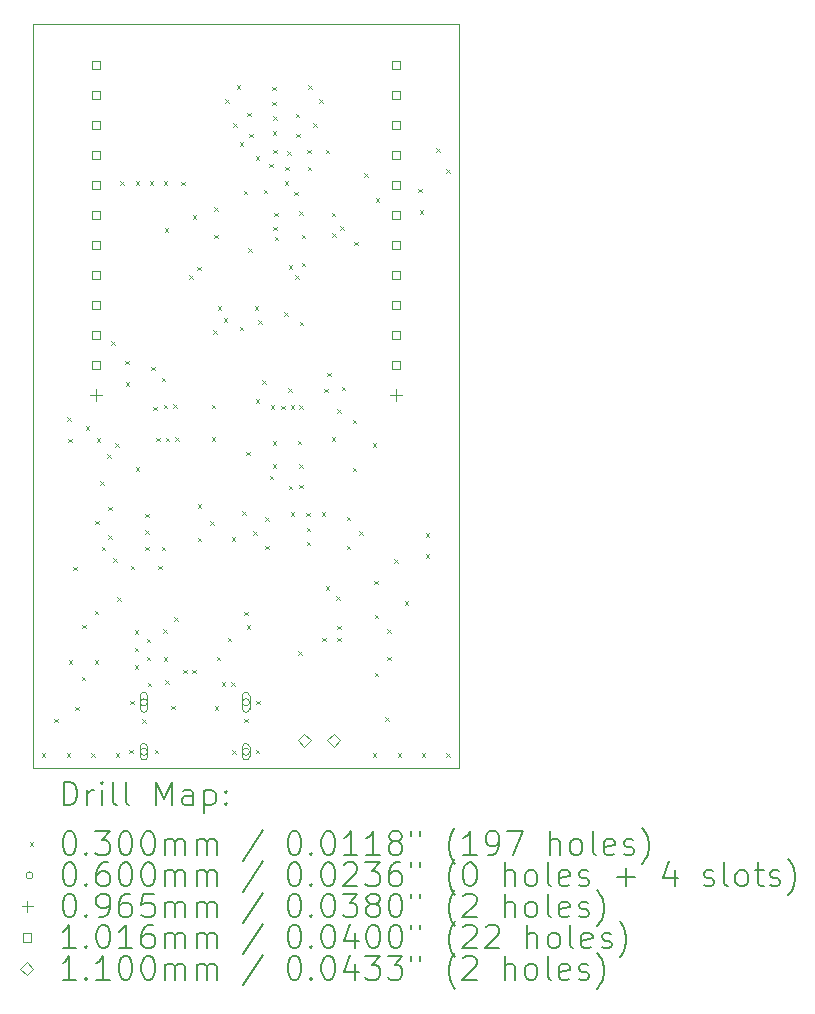
<source format=gbr>
%TF.GenerationSoftware,KiCad,Pcbnew,9.0.0*%
%TF.CreationDate,2025-04-24T13:44:51+03:00*%
%TF.ProjectId,ESP32_BOARD,45535033-325f-4424-9f41-52442e6b6963,1.0*%
%TF.SameCoordinates,Original*%
%TF.FileFunction,Drillmap*%
%TF.FilePolarity,Positive*%
%FSLAX45Y45*%
G04 Gerber Fmt 4.5, Leading zero omitted, Abs format (unit mm)*
G04 Created by KiCad (PCBNEW 9.0.0) date 2025-04-24 13:44:51*
%MOMM*%
%LPD*%
G01*
G04 APERTURE LIST*
%ADD10C,0.050000*%
%ADD11C,0.200000*%
%ADD12C,0.100000*%
%ADD13C,0.101600*%
%ADD14C,0.110000*%
G04 APERTURE END LIST*
D10*
X7740000Y-9120000D02*
X11340000Y-9120000D01*
X11340000Y-15420000D01*
X7740000Y-15420000D01*
X7740000Y-9120000D01*
D11*
D12*
X7812000Y-15292000D02*
X7842000Y-15322000D01*
X7842000Y-15292000D02*
X7812000Y-15322000D01*
X7918000Y-14999000D02*
X7948000Y-15029000D01*
X7948000Y-14999000D02*
X7918000Y-15029000D01*
X8022000Y-15292000D02*
X8052000Y-15322000D01*
X8052000Y-15292000D02*
X8022000Y-15322000D01*
X8026300Y-12450000D02*
X8056300Y-12480000D01*
X8056300Y-12450000D02*
X8026300Y-12480000D01*
X8037000Y-12629000D02*
X8067000Y-12659000D01*
X8067000Y-12629000D02*
X8037000Y-12659000D01*
X8040000Y-14507000D02*
X8070000Y-14537000D01*
X8070000Y-14507000D02*
X8040000Y-14537000D01*
X8078000Y-13713000D02*
X8108000Y-13743000D01*
X8108000Y-13713000D02*
X8078000Y-13743000D01*
X8096000Y-14899000D02*
X8126000Y-14929000D01*
X8126000Y-14899000D02*
X8096000Y-14929000D01*
X8151000Y-14645000D02*
X8181000Y-14675000D01*
X8181000Y-14645000D02*
X8151000Y-14675000D01*
X8156000Y-14204000D02*
X8186000Y-14234000D01*
X8186000Y-14204000D02*
X8156000Y-14234000D01*
X8185000Y-12523000D02*
X8215000Y-12553000D01*
X8215000Y-12523000D02*
X8185000Y-12553000D01*
X8228000Y-15293000D02*
X8258000Y-15323000D01*
X8258000Y-15293000D02*
X8228000Y-15323000D01*
X8258982Y-14505319D02*
X8288982Y-14535319D01*
X8288982Y-14505319D02*
X8258982Y-14535319D01*
X8259000Y-14086000D02*
X8289000Y-14116000D01*
X8289000Y-14086000D02*
X8259000Y-14116000D01*
X8264000Y-13324000D02*
X8294000Y-13354000D01*
X8294000Y-13324000D02*
X8264000Y-13354000D01*
X8278000Y-12628000D02*
X8308000Y-12658000D01*
X8308000Y-12628000D02*
X8278000Y-12658000D01*
X8304000Y-12991000D02*
X8334000Y-13021000D01*
X8334000Y-12991000D02*
X8304000Y-13021000D01*
X8320000Y-13545000D02*
X8350000Y-13575000D01*
X8350000Y-13545000D02*
X8320000Y-13575000D01*
X8365000Y-12761000D02*
X8395000Y-12791000D01*
X8395000Y-12761000D02*
X8365000Y-12791000D01*
X8374500Y-13206000D02*
X8404500Y-13236000D01*
X8404500Y-13206000D02*
X8374500Y-13236000D01*
X8374500Y-13446500D02*
X8404500Y-13476500D01*
X8404500Y-13446500D02*
X8374500Y-13476500D01*
X8400000Y-11805000D02*
X8430000Y-11835000D01*
X8430000Y-11805000D02*
X8400000Y-11835000D01*
X8415000Y-13643000D02*
X8445000Y-13673000D01*
X8445000Y-13643000D02*
X8415000Y-13673000D01*
X8433225Y-12670000D02*
X8463225Y-12700000D01*
X8463225Y-12670000D02*
X8433225Y-12700000D01*
X8438000Y-15293000D02*
X8468000Y-15323000D01*
X8468000Y-15293000D02*
X8438000Y-15323000D01*
X8448000Y-13973000D02*
X8478000Y-14003000D01*
X8478000Y-13973000D02*
X8448000Y-14003000D01*
X8475000Y-10450000D02*
X8505000Y-10480000D01*
X8505000Y-10450000D02*
X8475000Y-10480000D01*
X8517000Y-11969000D02*
X8547000Y-11999000D01*
X8547000Y-11969000D02*
X8517000Y-11999000D01*
X8521000Y-12150000D02*
X8551000Y-12180000D01*
X8551000Y-12150000D02*
X8521000Y-12180000D01*
X8552000Y-15265000D02*
X8582000Y-15295000D01*
X8582000Y-15265000D02*
X8552000Y-15295000D01*
X8559695Y-14847342D02*
X8589695Y-14877342D01*
X8589695Y-14847342D02*
X8559695Y-14877342D01*
X8565000Y-13705000D02*
X8595000Y-13735000D01*
X8595000Y-13705000D02*
X8565000Y-13735000D01*
X8600000Y-14250000D02*
X8630000Y-14280000D01*
X8630000Y-14250000D02*
X8600000Y-14280000D01*
X8600000Y-14400000D02*
X8630000Y-14430000D01*
X8630000Y-14400000D02*
X8600000Y-14430000D01*
X8600000Y-14550000D02*
X8630000Y-14580000D01*
X8630000Y-14550000D02*
X8600000Y-14580000D01*
X8605368Y-12871435D02*
X8635368Y-12901435D01*
X8635368Y-12871435D02*
X8605368Y-12901435D01*
X8607000Y-10450000D02*
X8637000Y-10480000D01*
X8637000Y-10450000D02*
X8607000Y-10480000D01*
X8661145Y-15003382D02*
X8691145Y-15033382D01*
X8691145Y-15003382D02*
X8661145Y-15033382D01*
X8685000Y-13265000D02*
X8715000Y-13295000D01*
X8715000Y-13265000D02*
X8685000Y-13295000D01*
X8685000Y-13405000D02*
X8715000Y-13435000D01*
X8715000Y-13405000D02*
X8685000Y-13435000D01*
X8685000Y-13545000D02*
X8715000Y-13575000D01*
X8715000Y-13545000D02*
X8685000Y-13575000D01*
X8700000Y-14325000D02*
X8730000Y-14355000D01*
X8730000Y-14325000D02*
X8700000Y-14355000D01*
X8700000Y-14475000D02*
X8730000Y-14505000D01*
X8730000Y-14475000D02*
X8700000Y-14505000D01*
X8710000Y-14697000D02*
X8740000Y-14727000D01*
X8740000Y-14697000D02*
X8710000Y-14727000D01*
X8726817Y-10448468D02*
X8756817Y-10478468D01*
X8756817Y-10448468D02*
X8726817Y-10478468D01*
X8740000Y-12020000D02*
X8770000Y-12050000D01*
X8770000Y-12020000D02*
X8740000Y-12050000D01*
X8755000Y-12358000D02*
X8785000Y-12388000D01*
X8785000Y-12358000D02*
X8755000Y-12388000D01*
X8766000Y-15265000D02*
X8796000Y-15295000D01*
X8796000Y-15265000D02*
X8766000Y-15295000D01*
X8782000Y-12621000D02*
X8812000Y-12651000D01*
X8812000Y-12621000D02*
X8782000Y-12651000D01*
X8795000Y-13705000D02*
X8825000Y-13735000D01*
X8825000Y-13705000D02*
X8795000Y-13735000D01*
X8825000Y-13545000D02*
X8855000Y-13575000D01*
X8855000Y-13545000D02*
X8825000Y-13575000D01*
X8827000Y-12112000D02*
X8857000Y-12142000D01*
X8857000Y-12112000D02*
X8827000Y-12142000D01*
X8840000Y-14242000D02*
X8870000Y-14272000D01*
X8870000Y-14242000D02*
X8840000Y-14272000D01*
X8842000Y-12344000D02*
X8872000Y-12374000D01*
X8872000Y-12344000D02*
X8842000Y-12374000D01*
X8844000Y-14478000D02*
X8874000Y-14508000D01*
X8874000Y-14478000D02*
X8844000Y-14508000D01*
X8844500Y-10451500D02*
X8874500Y-10481500D01*
X8874500Y-10451500D02*
X8844500Y-10481500D01*
X8851000Y-10847000D02*
X8881000Y-10877000D01*
X8881000Y-10847000D02*
X8851000Y-10877000D01*
X8855000Y-14675000D02*
X8885000Y-14705000D01*
X8885000Y-14675000D02*
X8855000Y-14705000D01*
X8859000Y-12620000D02*
X8889000Y-12650000D01*
X8889000Y-12620000D02*
X8859000Y-12650000D01*
X8908743Y-14892000D02*
X8938743Y-14922000D01*
X8938743Y-14892000D02*
X8908743Y-14922000D01*
X8926000Y-12340000D02*
X8956000Y-12370000D01*
X8956000Y-12340000D02*
X8926000Y-12370000D01*
X8933000Y-14141000D02*
X8963000Y-14171000D01*
X8963000Y-14141000D02*
X8933000Y-14171000D01*
X8939000Y-12618000D02*
X8969000Y-12648000D01*
X8969000Y-12618000D02*
X8939000Y-12648000D01*
X8993000Y-10455000D02*
X9023000Y-10485000D01*
X9023000Y-10455000D02*
X8993000Y-10485000D01*
X9007000Y-14585000D02*
X9037000Y-14615000D01*
X9037000Y-14585000D02*
X9007000Y-14615000D01*
X9061000Y-11244000D02*
X9091000Y-11274000D01*
X9091000Y-11244000D02*
X9061000Y-11274000D01*
X9085000Y-14585000D02*
X9115000Y-14615000D01*
X9115000Y-14585000D02*
X9085000Y-14615000D01*
X9090855Y-10739283D02*
X9120855Y-10769283D01*
X9120855Y-10739283D02*
X9090855Y-10769283D01*
X9129000Y-11172000D02*
X9159000Y-11202000D01*
X9159000Y-11172000D02*
X9129000Y-11202000D01*
X9130000Y-13183000D02*
X9160000Y-13213000D01*
X9160000Y-13183000D02*
X9130000Y-13213000D01*
X9130000Y-13468000D02*
X9160000Y-13498000D01*
X9160000Y-13468000D02*
X9130000Y-13498000D01*
X9237000Y-13327000D02*
X9267000Y-13357000D01*
X9267000Y-13327000D02*
X9237000Y-13357000D01*
X9250000Y-12344000D02*
X9280000Y-12374000D01*
X9280000Y-12344000D02*
X9250000Y-12374000D01*
X9250000Y-12618000D02*
X9280000Y-12648000D01*
X9280000Y-12618000D02*
X9250000Y-12648000D01*
X9262000Y-11710000D02*
X9292000Y-11740000D01*
X9292000Y-11710000D02*
X9262000Y-11740000D01*
X9273000Y-10668000D02*
X9303000Y-10698000D01*
X9303000Y-10668000D02*
X9273000Y-10698000D01*
X9273000Y-10902000D02*
X9303000Y-10932000D01*
X9303000Y-10902000D02*
X9273000Y-10932000D01*
X9274000Y-14895000D02*
X9304000Y-14925000D01*
X9304000Y-14895000D02*
X9274000Y-14925000D01*
X9293006Y-14476718D02*
X9323006Y-14506718D01*
X9323006Y-14476718D02*
X9293006Y-14506718D01*
X9300000Y-11509000D02*
X9330000Y-11539000D01*
X9330000Y-11509000D02*
X9300000Y-11539000D01*
X9333000Y-14690000D02*
X9363000Y-14720000D01*
X9363000Y-14690000D02*
X9333000Y-14720000D01*
X9352000Y-11611000D02*
X9382000Y-11641000D01*
X9382000Y-11611000D02*
X9352000Y-11641000D01*
X9362494Y-9755349D02*
X9392494Y-9785349D01*
X9392494Y-9755349D02*
X9362494Y-9785349D01*
X9385200Y-14315000D02*
X9415200Y-14345000D01*
X9415200Y-14315000D02*
X9385200Y-14345000D01*
X9413000Y-14690000D02*
X9443000Y-14720000D01*
X9443000Y-14690000D02*
X9413000Y-14720000D01*
X9420995Y-13466288D02*
X9450995Y-13496288D01*
X9450995Y-13466288D02*
X9420995Y-13496288D01*
X9424671Y-15265503D02*
X9454671Y-15295503D01*
X9454671Y-15265503D02*
X9424671Y-15295503D01*
X9430000Y-9959000D02*
X9460000Y-9989000D01*
X9460000Y-9959000D02*
X9430000Y-9989000D01*
X9460149Y-9636857D02*
X9490149Y-9666857D01*
X9490149Y-9636857D02*
X9460149Y-9666857D01*
X9486000Y-11683000D02*
X9516000Y-11713000D01*
X9516000Y-11683000D02*
X9486000Y-11713000D01*
X9487681Y-10121790D02*
X9517681Y-10151790D01*
X9517681Y-10121790D02*
X9487681Y-10151790D01*
X9510000Y-13246000D02*
X9540000Y-13276000D01*
X9540000Y-13246000D02*
X9510000Y-13276000D01*
X9520000Y-10531000D02*
X9550000Y-10561000D01*
X9550000Y-10531000D02*
X9520000Y-10561000D01*
X9525000Y-14095000D02*
X9555000Y-14125000D01*
X9555000Y-14095000D02*
X9525000Y-14125000D01*
X9525805Y-15001942D02*
X9555805Y-15031942D01*
X9555805Y-15001942D02*
X9525805Y-15031942D01*
X9541000Y-12741000D02*
X9571000Y-12771000D01*
X9571000Y-12741000D02*
X9541000Y-12771000D01*
X9544562Y-14207461D02*
X9574562Y-14237461D01*
X9574562Y-14207461D02*
X9544562Y-14237461D01*
X9551000Y-9869000D02*
X9581000Y-9899000D01*
X9581000Y-9869000D02*
X9551000Y-9899000D01*
X9560000Y-11018000D02*
X9590000Y-11048000D01*
X9590000Y-11018000D02*
X9560000Y-11048000D01*
X9569109Y-10049293D02*
X9599109Y-10079293D01*
X9599109Y-10049293D02*
X9569109Y-10079293D01*
X9602000Y-13413000D02*
X9632000Y-13443000D01*
X9632000Y-13413000D02*
X9602000Y-13443000D01*
X9615000Y-11509000D02*
X9645000Y-11539000D01*
X9645000Y-11509000D02*
X9615000Y-11539000D01*
X9621000Y-10238000D02*
X9651000Y-10268000D01*
X9651000Y-10238000D02*
X9621000Y-10268000D01*
X9621000Y-12294000D02*
X9651000Y-12324000D01*
X9651000Y-12294000D02*
X9621000Y-12324000D01*
X9623062Y-15265073D02*
X9653062Y-15295073D01*
X9653062Y-15265073D02*
X9623062Y-15295073D01*
X9628750Y-14847282D02*
X9658750Y-14877282D01*
X9658750Y-14847282D02*
X9628750Y-14877282D01*
X9645000Y-11625000D02*
X9675000Y-11655000D01*
X9675000Y-11625000D02*
X9645000Y-11655000D01*
X9680000Y-12134000D02*
X9710000Y-12164000D01*
X9710000Y-12134000D02*
X9680000Y-12164000D01*
X9689000Y-10520000D02*
X9719000Y-10550000D01*
X9719000Y-10520000D02*
X9689000Y-10550000D01*
X9704000Y-13535000D02*
X9734000Y-13565000D01*
X9734000Y-13535000D02*
X9704000Y-13565000D01*
X9705000Y-13293000D02*
X9735000Y-13323000D01*
X9735000Y-13293000D02*
X9705000Y-13323000D01*
X9736000Y-10302000D02*
X9766000Y-10332000D01*
X9766000Y-10302000D02*
X9736000Y-10332000D01*
X9742000Y-12945000D02*
X9772000Y-12975000D01*
X9772000Y-12945000D02*
X9742000Y-12975000D01*
X9750000Y-12346000D02*
X9780000Y-12376000D01*
X9780000Y-12346000D02*
X9750000Y-12376000D01*
X9762000Y-9649000D02*
X9792000Y-9679000D01*
X9792000Y-9649000D02*
X9762000Y-9679000D01*
X9763000Y-9776000D02*
X9793000Y-9806000D01*
X9793000Y-9776000D02*
X9763000Y-9806000D01*
X9765000Y-12651000D02*
X9795000Y-12681000D01*
X9795000Y-12651000D02*
X9765000Y-12681000D01*
X9765000Y-12848000D02*
X9795000Y-12878000D01*
X9795000Y-12848000D02*
X9765000Y-12878000D01*
X9768000Y-10027000D02*
X9798000Y-10057000D01*
X9798000Y-10027000D02*
X9768000Y-10057000D01*
X9769000Y-9900000D02*
X9799000Y-9930000D01*
X9799000Y-9900000D02*
X9769000Y-9930000D01*
X9770000Y-10836000D02*
X9800000Y-10866000D01*
X9800000Y-10836000D02*
X9770000Y-10866000D01*
X9773000Y-10184000D02*
X9803000Y-10214000D01*
X9803000Y-10184000D02*
X9773000Y-10214000D01*
X9778049Y-10718415D02*
X9808049Y-10748415D01*
X9808049Y-10718415D02*
X9778049Y-10748415D01*
X9784000Y-10918000D02*
X9814000Y-10948000D01*
X9814000Y-10918000D02*
X9784000Y-10948000D01*
X9837000Y-12349000D02*
X9867000Y-12379000D01*
X9867000Y-12349000D02*
X9837000Y-12379000D01*
X9866000Y-11561000D02*
X9896000Y-11591000D01*
X9896000Y-11561000D02*
X9866000Y-11591000D01*
X9870000Y-10452000D02*
X9900000Y-10482000D01*
X9900000Y-10452000D02*
X9870000Y-10482000D01*
X9871000Y-10327000D02*
X9901000Y-10357000D01*
X9901000Y-10327000D02*
X9871000Y-10357000D01*
X9889000Y-10195000D02*
X9919000Y-10225000D01*
X9919000Y-10195000D02*
X9889000Y-10225000D01*
X9898000Y-12202000D02*
X9928000Y-12232000D01*
X9928000Y-12202000D02*
X9898000Y-12232000D01*
X9901000Y-11159000D02*
X9931000Y-11189000D01*
X9931000Y-11159000D02*
X9901000Y-11189000D01*
X9902000Y-13028000D02*
X9932000Y-13058000D01*
X9932000Y-13028000D02*
X9902000Y-13058000D01*
X9918000Y-12346000D02*
X9948000Y-12376000D01*
X9948000Y-12346000D02*
X9918000Y-12376000D01*
X9920000Y-13251000D02*
X9950000Y-13281000D01*
X9950000Y-13251000D02*
X9920000Y-13281000D01*
X9948000Y-10537000D02*
X9978000Y-10567000D01*
X9978000Y-10537000D02*
X9948000Y-10567000D01*
X9956000Y-11248000D02*
X9986000Y-11278000D01*
X9986000Y-11248000D02*
X9956000Y-11278000D01*
X9961000Y-9880000D02*
X9991000Y-9910000D01*
X9991000Y-9880000D02*
X9961000Y-9910000D01*
X9966000Y-10046000D02*
X9996000Y-10076000D01*
X9996000Y-10046000D02*
X9966000Y-10076000D01*
X9977046Y-12648541D02*
X10007046Y-12678541D01*
X10007046Y-12648541D02*
X9977046Y-12678541D01*
X9980483Y-14431340D02*
X10010483Y-14461340D01*
X10010483Y-14431340D02*
X9980483Y-14461340D01*
X9992000Y-10703000D02*
X10022000Y-10733000D01*
X10022000Y-10703000D02*
X9992000Y-10733000D01*
X9992000Y-13020000D02*
X10022000Y-13050000D01*
X10022000Y-13020000D02*
X9992000Y-13050000D01*
X9993000Y-12346000D02*
X10023000Y-12376000D01*
X10023000Y-12346000D02*
X9993000Y-12376000D01*
X9993000Y-12847000D02*
X10023000Y-12877000D01*
X10023000Y-12847000D02*
X9993000Y-12877000D01*
X9996000Y-11638000D02*
X10026000Y-11668000D01*
X10026000Y-11638000D02*
X9996000Y-11668000D01*
X10011000Y-10901000D02*
X10041000Y-10931000D01*
X10041000Y-10901000D02*
X10011000Y-10931000D01*
X10011000Y-11140000D02*
X10041000Y-11170000D01*
X10041000Y-11140000D02*
X10011000Y-11170000D01*
X10050000Y-13256000D02*
X10080000Y-13286000D01*
X10080000Y-13256000D02*
X10050000Y-13286000D01*
X10053000Y-13382000D02*
X10083000Y-13412000D01*
X10083000Y-13382000D02*
X10053000Y-13412000D01*
X10054000Y-13502000D02*
X10084000Y-13532000D01*
X10084000Y-13502000D02*
X10054000Y-13532000D01*
X10060000Y-10182000D02*
X10090000Y-10212000D01*
X10090000Y-10182000D02*
X10060000Y-10212000D01*
X10062000Y-10329000D02*
X10092000Y-10359000D01*
X10092000Y-10329000D02*
X10062000Y-10359000D01*
X10065000Y-9638000D02*
X10095000Y-9668000D01*
X10095000Y-9638000D02*
X10065000Y-9668000D01*
X10109000Y-9957000D02*
X10139000Y-9987000D01*
X10139000Y-9957000D02*
X10109000Y-9987000D01*
X10162000Y-9755000D02*
X10192000Y-9785000D01*
X10192000Y-9755000D02*
X10162000Y-9785000D01*
X10182000Y-13253000D02*
X10212000Y-13283000D01*
X10212000Y-13253000D02*
X10182000Y-13283000D01*
X10185000Y-14315000D02*
X10215000Y-14345000D01*
X10215000Y-14315000D02*
X10185000Y-14345000D01*
X10201000Y-12206000D02*
X10231000Y-12236000D01*
X10231000Y-12206000D02*
X10201000Y-12236000D01*
X10213765Y-10182812D02*
X10243765Y-10212812D01*
X10243765Y-10182812D02*
X10213765Y-10212812D01*
X10215000Y-13880000D02*
X10245000Y-13910000D01*
X10245000Y-13880000D02*
X10215000Y-13910000D01*
X10226000Y-12070000D02*
X10256000Y-12100000D01*
X10256000Y-12070000D02*
X10226000Y-12100000D01*
X10265000Y-12617000D02*
X10295000Y-12647000D01*
X10295000Y-12617000D02*
X10265000Y-12647000D01*
X10266000Y-10715000D02*
X10296000Y-10745000D01*
X10296000Y-10715000D02*
X10266000Y-10745000D01*
X10272000Y-10891000D02*
X10302000Y-10921000D01*
X10302000Y-10891000D02*
X10272000Y-10921000D01*
X10304000Y-13965000D02*
X10334000Y-13995000D01*
X10334000Y-13965000D02*
X10304000Y-13995000D01*
X10311173Y-12378088D02*
X10341173Y-12408088D01*
X10341173Y-12378088D02*
X10311173Y-12408088D01*
X10315000Y-14215000D02*
X10345000Y-14245000D01*
X10345000Y-14215000D02*
X10315000Y-14245000D01*
X10315000Y-14315000D02*
X10345000Y-14345000D01*
X10345000Y-14315000D02*
X10315000Y-14345000D01*
X10336000Y-10831000D02*
X10366000Y-10861000D01*
X10366000Y-10831000D02*
X10336000Y-10861000D01*
X10349000Y-12189000D02*
X10379000Y-12219000D01*
X10379000Y-12189000D02*
X10349000Y-12219000D01*
X10393000Y-13537000D02*
X10423000Y-13567000D01*
X10423000Y-13537000D02*
X10393000Y-13567000D01*
X10395000Y-13290000D02*
X10425000Y-13320000D01*
X10425000Y-13290000D02*
X10395000Y-13320000D01*
X10443592Y-12874087D02*
X10473592Y-12904087D01*
X10473592Y-12874087D02*
X10443592Y-12904087D01*
X10445000Y-12470000D02*
X10475000Y-12500000D01*
X10475000Y-12470000D02*
X10445000Y-12500000D01*
X10456000Y-10961000D02*
X10486000Y-10991000D01*
X10486000Y-10961000D02*
X10456000Y-10991000D01*
X10500000Y-13414000D02*
X10530000Y-13444000D01*
X10530000Y-13414000D02*
X10500000Y-13444000D01*
X10542692Y-10382847D02*
X10572692Y-10412847D01*
X10572692Y-10382847D02*
X10542692Y-10412847D01*
X10613641Y-12669255D02*
X10643641Y-12699255D01*
X10643641Y-12669255D02*
X10613641Y-12699255D01*
X10614000Y-15293000D02*
X10644000Y-15323000D01*
X10644000Y-15293000D02*
X10614000Y-15323000D01*
X10627000Y-13832000D02*
X10657000Y-13862000D01*
X10657000Y-13832000D02*
X10627000Y-13862000D01*
X10631000Y-14610000D02*
X10661000Y-14640000D01*
X10661000Y-14610000D02*
X10631000Y-14640000D01*
X10632000Y-14119000D02*
X10662000Y-14149000D01*
X10662000Y-14119000D02*
X10632000Y-14149000D01*
X10640000Y-10595000D02*
X10670000Y-10625000D01*
X10670000Y-10595000D02*
X10640000Y-10625000D01*
X10718000Y-14990000D02*
X10748000Y-15020000D01*
X10748000Y-14990000D02*
X10718000Y-15020000D01*
X10734000Y-14245000D02*
X10764000Y-14275000D01*
X10764000Y-14245000D02*
X10734000Y-14275000D01*
X10738000Y-14475000D02*
X10768000Y-14505000D01*
X10768000Y-14475000D02*
X10738000Y-14505000D01*
X10794527Y-13648213D02*
X10824527Y-13678213D01*
X10824527Y-13648213D02*
X10794527Y-13678213D01*
X10824000Y-15293000D02*
X10854000Y-15323000D01*
X10854000Y-15293000D02*
X10824000Y-15323000D01*
X10883000Y-14008000D02*
X10913000Y-14038000D01*
X10913000Y-14008000D02*
X10883000Y-14038000D01*
X10997000Y-10514000D02*
X11027000Y-10544000D01*
X11027000Y-10514000D02*
X10997000Y-10544000D01*
X11013000Y-10696000D02*
X11043000Y-10726000D01*
X11043000Y-10696000D02*
X11013000Y-10726000D01*
X11030000Y-15293000D02*
X11060000Y-15323000D01*
X11060000Y-15293000D02*
X11030000Y-15323000D01*
X11062000Y-13428000D02*
X11092000Y-13458000D01*
X11092000Y-13428000D02*
X11062000Y-13458000D01*
X11062000Y-13607000D02*
X11092000Y-13637000D01*
X11092000Y-13607000D02*
X11062000Y-13637000D01*
X11153000Y-10171000D02*
X11183000Y-10201000D01*
X11183000Y-10171000D02*
X11153000Y-10201000D01*
X11234000Y-10347000D02*
X11264000Y-10377000D01*
X11264000Y-10347000D02*
X11234000Y-10377000D01*
X11237000Y-15292000D02*
X11267000Y-15322000D01*
X11267000Y-15292000D02*
X11237000Y-15322000D01*
X8706000Y-14862000D02*
G75*
G02*
X8646000Y-14862000I-30000J0D01*
G01*
X8646000Y-14862000D02*
G75*
G02*
X8706000Y-14862000I30000J0D01*
G01*
X8706000Y-14917000D02*
X8706000Y-14807000D01*
X8646000Y-14807000D02*
G75*
G02*
X8706000Y-14807000I30000J0D01*
G01*
X8646000Y-14807000D02*
X8646000Y-14917000D01*
X8646000Y-14917000D02*
G75*
G03*
X8706000Y-14917000I30000J0D01*
G01*
X8706000Y-15280000D02*
G75*
G02*
X8646000Y-15280000I-30000J0D01*
G01*
X8646000Y-15280000D02*
G75*
G02*
X8706000Y-15280000I30000J0D01*
G01*
X8706000Y-15320000D02*
X8706000Y-15240000D01*
X8646000Y-15240000D02*
G75*
G02*
X8706000Y-15240000I30000J0D01*
G01*
X8646000Y-15240000D02*
X8646000Y-15320000D01*
X8646000Y-15320000D02*
G75*
G03*
X8706000Y-15320000I30000J0D01*
G01*
X9570000Y-14862000D02*
G75*
G02*
X9510000Y-14862000I-30000J0D01*
G01*
X9510000Y-14862000D02*
G75*
G02*
X9570000Y-14862000I30000J0D01*
G01*
X9570000Y-14917000D02*
X9570000Y-14807000D01*
X9510000Y-14807000D02*
G75*
G02*
X9570000Y-14807000I30000J0D01*
G01*
X9510000Y-14807000D02*
X9510000Y-14917000D01*
X9510000Y-14917000D02*
G75*
G03*
X9570000Y-14917000I30000J0D01*
G01*
X9570000Y-15280000D02*
G75*
G02*
X9510000Y-15280000I-30000J0D01*
G01*
X9510000Y-15280000D02*
G75*
G02*
X9570000Y-15280000I30000J0D01*
G01*
X9570000Y-15320000D02*
X9570000Y-15240000D01*
X9510000Y-15240000D02*
G75*
G02*
X9570000Y-15240000I30000J0D01*
G01*
X9510000Y-15240000D02*
X9510000Y-15320000D01*
X9510000Y-15320000D02*
G75*
G03*
X9570000Y-15320000I30000J0D01*
G01*
X8271990Y-12212740D02*
X8271990Y-12309260D01*
X8223730Y-12261000D02*
X8320250Y-12261000D01*
X10811990Y-12212740D02*
X10811990Y-12309260D01*
X10763730Y-12261000D02*
X10860250Y-12261000D01*
D13*
X8307911Y-9502921D02*
X8307911Y-9431079D01*
X8236069Y-9431079D01*
X8236069Y-9502921D01*
X8307911Y-9502921D01*
X8307911Y-9756921D02*
X8307911Y-9685079D01*
X8236069Y-9685079D01*
X8236069Y-9756921D01*
X8307911Y-9756921D01*
X8307911Y-10010921D02*
X8307911Y-9939079D01*
X8236069Y-9939079D01*
X8236069Y-10010921D01*
X8307911Y-10010921D01*
X8307911Y-10264921D02*
X8307911Y-10193079D01*
X8236069Y-10193079D01*
X8236069Y-10264921D01*
X8307911Y-10264921D01*
X8307911Y-10518921D02*
X8307911Y-10447079D01*
X8236069Y-10447079D01*
X8236069Y-10518921D01*
X8307911Y-10518921D01*
X8307911Y-10772921D02*
X8307911Y-10701079D01*
X8236069Y-10701079D01*
X8236069Y-10772921D01*
X8307911Y-10772921D01*
X8307911Y-11026921D02*
X8307911Y-10955079D01*
X8236069Y-10955079D01*
X8236069Y-11026921D01*
X8307911Y-11026921D01*
X8307911Y-11280921D02*
X8307911Y-11209079D01*
X8236069Y-11209079D01*
X8236069Y-11280921D01*
X8307911Y-11280921D01*
X8307911Y-11534921D02*
X8307911Y-11463079D01*
X8236069Y-11463079D01*
X8236069Y-11534921D01*
X8307911Y-11534921D01*
X8307911Y-11788921D02*
X8307911Y-11717079D01*
X8236069Y-11717079D01*
X8236069Y-11788921D01*
X8307911Y-11788921D01*
X8307911Y-12042921D02*
X8307911Y-11971079D01*
X8236069Y-11971079D01*
X8236069Y-12042921D01*
X8307911Y-12042921D01*
X10847911Y-9502921D02*
X10847911Y-9431079D01*
X10776069Y-9431079D01*
X10776069Y-9502921D01*
X10847911Y-9502921D01*
X10847911Y-9756921D02*
X10847911Y-9685079D01*
X10776069Y-9685079D01*
X10776069Y-9756921D01*
X10847911Y-9756921D01*
X10847911Y-10010921D02*
X10847911Y-9939079D01*
X10776069Y-9939079D01*
X10776069Y-10010921D01*
X10847911Y-10010921D01*
X10847911Y-10264921D02*
X10847911Y-10193079D01*
X10776069Y-10193079D01*
X10776069Y-10264921D01*
X10847911Y-10264921D01*
X10847911Y-10518921D02*
X10847911Y-10447079D01*
X10776069Y-10447079D01*
X10776069Y-10518921D01*
X10847911Y-10518921D01*
X10847911Y-10772921D02*
X10847911Y-10701079D01*
X10776069Y-10701079D01*
X10776069Y-10772921D01*
X10847911Y-10772921D01*
X10847911Y-11026921D02*
X10847911Y-10955079D01*
X10776069Y-10955079D01*
X10776069Y-11026921D01*
X10847911Y-11026921D01*
X10847911Y-11280921D02*
X10847911Y-11209079D01*
X10776069Y-11209079D01*
X10776069Y-11280921D01*
X10847911Y-11280921D01*
X10847911Y-11534921D02*
X10847911Y-11463079D01*
X10776069Y-11463079D01*
X10776069Y-11534921D01*
X10847911Y-11534921D01*
X10847911Y-11788921D02*
X10847911Y-11717079D01*
X10776069Y-11717079D01*
X10776069Y-11788921D01*
X10847911Y-11788921D01*
X10847911Y-12042921D02*
X10847911Y-11971079D01*
X10776069Y-11971079D01*
X10776069Y-12042921D01*
X10847911Y-12042921D01*
D14*
X10032000Y-15237000D02*
X10087000Y-15182000D01*
X10032000Y-15127000D01*
X9977000Y-15182000D01*
X10032000Y-15237000D01*
X10282000Y-15237000D02*
X10337000Y-15182000D01*
X10282000Y-15127000D01*
X10227000Y-15182000D01*
X10282000Y-15237000D01*
D11*
X7998277Y-15733984D02*
X7998277Y-15533984D01*
X7998277Y-15533984D02*
X8045896Y-15533984D01*
X8045896Y-15533984D02*
X8074467Y-15543508D01*
X8074467Y-15543508D02*
X8093515Y-15562555D01*
X8093515Y-15562555D02*
X8103039Y-15581603D01*
X8103039Y-15581603D02*
X8112562Y-15619698D01*
X8112562Y-15619698D02*
X8112562Y-15648269D01*
X8112562Y-15648269D02*
X8103039Y-15686365D01*
X8103039Y-15686365D02*
X8093515Y-15705412D01*
X8093515Y-15705412D02*
X8074467Y-15724460D01*
X8074467Y-15724460D02*
X8045896Y-15733984D01*
X8045896Y-15733984D02*
X7998277Y-15733984D01*
X8198277Y-15733984D02*
X8198277Y-15600650D01*
X8198277Y-15638746D02*
X8207801Y-15619698D01*
X8207801Y-15619698D02*
X8217324Y-15610174D01*
X8217324Y-15610174D02*
X8236372Y-15600650D01*
X8236372Y-15600650D02*
X8255420Y-15600650D01*
X8322086Y-15733984D02*
X8322086Y-15600650D01*
X8322086Y-15533984D02*
X8312562Y-15543508D01*
X8312562Y-15543508D02*
X8322086Y-15553031D01*
X8322086Y-15553031D02*
X8331610Y-15543508D01*
X8331610Y-15543508D02*
X8322086Y-15533984D01*
X8322086Y-15533984D02*
X8322086Y-15553031D01*
X8445896Y-15733984D02*
X8426848Y-15724460D01*
X8426848Y-15724460D02*
X8417324Y-15705412D01*
X8417324Y-15705412D02*
X8417324Y-15533984D01*
X8550658Y-15733984D02*
X8531610Y-15724460D01*
X8531610Y-15724460D02*
X8522086Y-15705412D01*
X8522086Y-15705412D02*
X8522086Y-15533984D01*
X8779229Y-15733984D02*
X8779229Y-15533984D01*
X8779229Y-15533984D02*
X8845896Y-15676841D01*
X8845896Y-15676841D02*
X8912563Y-15533984D01*
X8912563Y-15533984D02*
X8912563Y-15733984D01*
X9093515Y-15733984D02*
X9093515Y-15629222D01*
X9093515Y-15629222D02*
X9083991Y-15610174D01*
X9083991Y-15610174D02*
X9064944Y-15600650D01*
X9064944Y-15600650D02*
X9026848Y-15600650D01*
X9026848Y-15600650D02*
X9007801Y-15610174D01*
X9093515Y-15724460D02*
X9074467Y-15733984D01*
X9074467Y-15733984D02*
X9026848Y-15733984D01*
X9026848Y-15733984D02*
X9007801Y-15724460D01*
X9007801Y-15724460D02*
X8998277Y-15705412D01*
X8998277Y-15705412D02*
X8998277Y-15686365D01*
X8998277Y-15686365D02*
X9007801Y-15667317D01*
X9007801Y-15667317D02*
X9026848Y-15657793D01*
X9026848Y-15657793D02*
X9074467Y-15657793D01*
X9074467Y-15657793D02*
X9093515Y-15648269D01*
X9188753Y-15600650D02*
X9188753Y-15800650D01*
X9188753Y-15610174D02*
X9207801Y-15600650D01*
X9207801Y-15600650D02*
X9245896Y-15600650D01*
X9245896Y-15600650D02*
X9264944Y-15610174D01*
X9264944Y-15610174D02*
X9274467Y-15619698D01*
X9274467Y-15619698D02*
X9283991Y-15638746D01*
X9283991Y-15638746D02*
X9283991Y-15695888D01*
X9283991Y-15695888D02*
X9274467Y-15714936D01*
X9274467Y-15714936D02*
X9264944Y-15724460D01*
X9264944Y-15724460D02*
X9245896Y-15733984D01*
X9245896Y-15733984D02*
X9207801Y-15733984D01*
X9207801Y-15733984D02*
X9188753Y-15724460D01*
X9369705Y-15714936D02*
X9379229Y-15724460D01*
X9379229Y-15724460D02*
X9369705Y-15733984D01*
X9369705Y-15733984D02*
X9360182Y-15724460D01*
X9360182Y-15724460D02*
X9369705Y-15714936D01*
X9369705Y-15714936D02*
X9369705Y-15733984D01*
X9369705Y-15610174D02*
X9379229Y-15619698D01*
X9379229Y-15619698D02*
X9369705Y-15629222D01*
X9369705Y-15629222D02*
X9360182Y-15619698D01*
X9360182Y-15619698D02*
X9369705Y-15610174D01*
X9369705Y-15610174D02*
X9369705Y-15629222D01*
D12*
X7707500Y-16047500D02*
X7737500Y-16077500D01*
X7737500Y-16047500D02*
X7707500Y-16077500D01*
D11*
X8036372Y-15953984D02*
X8055420Y-15953984D01*
X8055420Y-15953984D02*
X8074467Y-15963508D01*
X8074467Y-15963508D02*
X8083991Y-15973031D01*
X8083991Y-15973031D02*
X8093515Y-15992079D01*
X8093515Y-15992079D02*
X8103039Y-16030174D01*
X8103039Y-16030174D02*
X8103039Y-16077793D01*
X8103039Y-16077793D02*
X8093515Y-16115888D01*
X8093515Y-16115888D02*
X8083991Y-16134936D01*
X8083991Y-16134936D02*
X8074467Y-16144460D01*
X8074467Y-16144460D02*
X8055420Y-16153984D01*
X8055420Y-16153984D02*
X8036372Y-16153984D01*
X8036372Y-16153984D02*
X8017324Y-16144460D01*
X8017324Y-16144460D02*
X8007801Y-16134936D01*
X8007801Y-16134936D02*
X7998277Y-16115888D01*
X7998277Y-16115888D02*
X7988753Y-16077793D01*
X7988753Y-16077793D02*
X7988753Y-16030174D01*
X7988753Y-16030174D02*
X7998277Y-15992079D01*
X7998277Y-15992079D02*
X8007801Y-15973031D01*
X8007801Y-15973031D02*
X8017324Y-15963508D01*
X8017324Y-15963508D02*
X8036372Y-15953984D01*
X8188753Y-16134936D02*
X8198277Y-16144460D01*
X8198277Y-16144460D02*
X8188753Y-16153984D01*
X8188753Y-16153984D02*
X8179229Y-16144460D01*
X8179229Y-16144460D02*
X8188753Y-16134936D01*
X8188753Y-16134936D02*
X8188753Y-16153984D01*
X8264943Y-15953984D02*
X8388753Y-15953984D01*
X8388753Y-15953984D02*
X8322086Y-16030174D01*
X8322086Y-16030174D02*
X8350658Y-16030174D01*
X8350658Y-16030174D02*
X8369705Y-16039698D01*
X8369705Y-16039698D02*
X8379229Y-16049222D01*
X8379229Y-16049222D02*
X8388753Y-16068269D01*
X8388753Y-16068269D02*
X8388753Y-16115888D01*
X8388753Y-16115888D02*
X8379229Y-16134936D01*
X8379229Y-16134936D02*
X8369705Y-16144460D01*
X8369705Y-16144460D02*
X8350658Y-16153984D01*
X8350658Y-16153984D02*
X8293515Y-16153984D01*
X8293515Y-16153984D02*
X8274467Y-16144460D01*
X8274467Y-16144460D02*
X8264943Y-16134936D01*
X8512563Y-15953984D02*
X8531610Y-15953984D01*
X8531610Y-15953984D02*
X8550658Y-15963508D01*
X8550658Y-15963508D02*
X8560182Y-15973031D01*
X8560182Y-15973031D02*
X8569705Y-15992079D01*
X8569705Y-15992079D02*
X8579229Y-16030174D01*
X8579229Y-16030174D02*
X8579229Y-16077793D01*
X8579229Y-16077793D02*
X8569705Y-16115888D01*
X8569705Y-16115888D02*
X8560182Y-16134936D01*
X8560182Y-16134936D02*
X8550658Y-16144460D01*
X8550658Y-16144460D02*
X8531610Y-16153984D01*
X8531610Y-16153984D02*
X8512563Y-16153984D01*
X8512563Y-16153984D02*
X8493515Y-16144460D01*
X8493515Y-16144460D02*
X8483991Y-16134936D01*
X8483991Y-16134936D02*
X8474467Y-16115888D01*
X8474467Y-16115888D02*
X8464944Y-16077793D01*
X8464944Y-16077793D02*
X8464944Y-16030174D01*
X8464944Y-16030174D02*
X8474467Y-15992079D01*
X8474467Y-15992079D02*
X8483991Y-15973031D01*
X8483991Y-15973031D02*
X8493515Y-15963508D01*
X8493515Y-15963508D02*
X8512563Y-15953984D01*
X8703039Y-15953984D02*
X8722086Y-15953984D01*
X8722086Y-15953984D02*
X8741134Y-15963508D01*
X8741134Y-15963508D02*
X8750658Y-15973031D01*
X8750658Y-15973031D02*
X8760182Y-15992079D01*
X8760182Y-15992079D02*
X8769705Y-16030174D01*
X8769705Y-16030174D02*
X8769705Y-16077793D01*
X8769705Y-16077793D02*
X8760182Y-16115888D01*
X8760182Y-16115888D02*
X8750658Y-16134936D01*
X8750658Y-16134936D02*
X8741134Y-16144460D01*
X8741134Y-16144460D02*
X8722086Y-16153984D01*
X8722086Y-16153984D02*
X8703039Y-16153984D01*
X8703039Y-16153984D02*
X8683991Y-16144460D01*
X8683991Y-16144460D02*
X8674467Y-16134936D01*
X8674467Y-16134936D02*
X8664944Y-16115888D01*
X8664944Y-16115888D02*
X8655420Y-16077793D01*
X8655420Y-16077793D02*
X8655420Y-16030174D01*
X8655420Y-16030174D02*
X8664944Y-15992079D01*
X8664944Y-15992079D02*
X8674467Y-15973031D01*
X8674467Y-15973031D02*
X8683991Y-15963508D01*
X8683991Y-15963508D02*
X8703039Y-15953984D01*
X8855420Y-16153984D02*
X8855420Y-16020650D01*
X8855420Y-16039698D02*
X8864944Y-16030174D01*
X8864944Y-16030174D02*
X8883991Y-16020650D01*
X8883991Y-16020650D02*
X8912563Y-16020650D01*
X8912563Y-16020650D02*
X8931610Y-16030174D01*
X8931610Y-16030174D02*
X8941134Y-16049222D01*
X8941134Y-16049222D02*
X8941134Y-16153984D01*
X8941134Y-16049222D02*
X8950658Y-16030174D01*
X8950658Y-16030174D02*
X8969705Y-16020650D01*
X8969705Y-16020650D02*
X8998277Y-16020650D01*
X8998277Y-16020650D02*
X9017325Y-16030174D01*
X9017325Y-16030174D02*
X9026848Y-16049222D01*
X9026848Y-16049222D02*
X9026848Y-16153984D01*
X9122086Y-16153984D02*
X9122086Y-16020650D01*
X9122086Y-16039698D02*
X9131610Y-16030174D01*
X9131610Y-16030174D02*
X9150658Y-16020650D01*
X9150658Y-16020650D02*
X9179229Y-16020650D01*
X9179229Y-16020650D02*
X9198277Y-16030174D01*
X9198277Y-16030174D02*
X9207801Y-16049222D01*
X9207801Y-16049222D02*
X9207801Y-16153984D01*
X9207801Y-16049222D02*
X9217325Y-16030174D01*
X9217325Y-16030174D02*
X9236372Y-16020650D01*
X9236372Y-16020650D02*
X9264944Y-16020650D01*
X9264944Y-16020650D02*
X9283991Y-16030174D01*
X9283991Y-16030174D02*
X9293515Y-16049222D01*
X9293515Y-16049222D02*
X9293515Y-16153984D01*
X9683991Y-15944460D02*
X9512563Y-16201603D01*
X9941134Y-15953984D02*
X9960182Y-15953984D01*
X9960182Y-15953984D02*
X9979229Y-15963508D01*
X9979229Y-15963508D02*
X9988753Y-15973031D01*
X9988753Y-15973031D02*
X9998277Y-15992079D01*
X9998277Y-15992079D02*
X10007801Y-16030174D01*
X10007801Y-16030174D02*
X10007801Y-16077793D01*
X10007801Y-16077793D02*
X9998277Y-16115888D01*
X9998277Y-16115888D02*
X9988753Y-16134936D01*
X9988753Y-16134936D02*
X9979229Y-16144460D01*
X9979229Y-16144460D02*
X9960182Y-16153984D01*
X9960182Y-16153984D02*
X9941134Y-16153984D01*
X9941134Y-16153984D02*
X9922087Y-16144460D01*
X9922087Y-16144460D02*
X9912563Y-16134936D01*
X9912563Y-16134936D02*
X9903039Y-16115888D01*
X9903039Y-16115888D02*
X9893515Y-16077793D01*
X9893515Y-16077793D02*
X9893515Y-16030174D01*
X9893515Y-16030174D02*
X9903039Y-15992079D01*
X9903039Y-15992079D02*
X9912563Y-15973031D01*
X9912563Y-15973031D02*
X9922087Y-15963508D01*
X9922087Y-15963508D02*
X9941134Y-15953984D01*
X10093515Y-16134936D02*
X10103039Y-16144460D01*
X10103039Y-16144460D02*
X10093515Y-16153984D01*
X10093515Y-16153984D02*
X10083991Y-16144460D01*
X10083991Y-16144460D02*
X10093515Y-16134936D01*
X10093515Y-16134936D02*
X10093515Y-16153984D01*
X10226848Y-15953984D02*
X10245896Y-15953984D01*
X10245896Y-15953984D02*
X10264944Y-15963508D01*
X10264944Y-15963508D02*
X10274468Y-15973031D01*
X10274468Y-15973031D02*
X10283991Y-15992079D01*
X10283991Y-15992079D02*
X10293515Y-16030174D01*
X10293515Y-16030174D02*
X10293515Y-16077793D01*
X10293515Y-16077793D02*
X10283991Y-16115888D01*
X10283991Y-16115888D02*
X10274468Y-16134936D01*
X10274468Y-16134936D02*
X10264944Y-16144460D01*
X10264944Y-16144460D02*
X10245896Y-16153984D01*
X10245896Y-16153984D02*
X10226848Y-16153984D01*
X10226848Y-16153984D02*
X10207801Y-16144460D01*
X10207801Y-16144460D02*
X10198277Y-16134936D01*
X10198277Y-16134936D02*
X10188753Y-16115888D01*
X10188753Y-16115888D02*
X10179229Y-16077793D01*
X10179229Y-16077793D02*
X10179229Y-16030174D01*
X10179229Y-16030174D02*
X10188753Y-15992079D01*
X10188753Y-15992079D02*
X10198277Y-15973031D01*
X10198277Y-15973031D02*
X10207801Y-15963508D01*
X10207801Y-15963508D02*
X10226848Y-15953984D01*
X10483991Y-16153984D02*
X10369706Y-16153984D01*
X10426848Y-16153984D02*
X10426848Y-15953984D01*
X10426848Y-15953984D02*
X10407801Y-15982555D01*
X10407801Y-15982555D02*
X10388753Y-16001603D01*
X10388753Y-16001603D02*
X10369706Y-16011127D01*
X10674468Y-16153984D02*
X10560182Y-16153984D01*
X10617325Y-16153984D02*
X10617325Y-15953984D01*
X10617325Y-15953984D02*
X10598277Y-15982555D01*
X10598277Y-15982555D02*
X10579229Y-16001603D01*
X10579229Y-16001603D02*
X10560182Y-16011127D01*
X10788753Y-16039698D02*
X10769706Y-16030174D01*
X10769706Y-16030174D02*
X10760182Y-16020650D01*
X10760182Y-16020650D02*
X10750658Y-16001603D01*
X10750658Y-16001603D02*
X10750658Y-15992079D01*
X10750658Y-15992079D02*
X10760182Y-15973031D01*
X10760182Y-15973031D02*
X10769706Y-15963508D01*
X10769706Y-15963508D02*
X10788753Y-15953984D01*
X10788753Y-15953984D02*
X10826849Y-15953984D01*
X10826849Y-15953984D02*
X10845896Y-15963508D01*
X10845896Y-15963508D02*
X10855420Y-15973031D01*
X10855420Y-15973031D02*
X10864944Y-15992079D01*
X10864944Y-15992079D02*
X10864944Y-16001603D01*
X10864944Y-16001603D02*
X10855420Y-16020650D01*
X10855420Y-16020650D02*
X10845896Y-16030174D01*
X10845896Y-16030174D02*
X10826849Y-16039698D01*
X10826849Y-16039698D02*
X10788753Y-16039698D01*
X10788753Y-16039698D02*
X10769706Y-16049222D01*
X10769706Y-16049222D02*
X10760182Y-16058746D01*
X10760182Y-16058746D02*
X10750658Y-16077793D01*
X10750658Y-16077793D02*
X10750658Y-16115888D01*
X10750658Y-16115888D02*
X10760182Y-16134936D01*
X10760182Y-16134936D02*
X10769706Y-16144460D01*
X10769706Y-16144460D02*
X10788753Y-16153984D01*
X10788753Y-16153984D02*
X10826849Y-16153984D01*
X10826849Y-16153984D02*
X10845896Y-16144460D01*
X10845896Y-16144460D02*
X10855420Y-16134936D01*
X10855420Y-16134936D02*
X10864944Y-16115888D01*
X10864944Y-16115888D02*
X10864944Y-16077793D01*
X10864944Y-16077793D02*
X10855420Y-16058746D01*
X10855420Y-16058746D02*
X10845896Y-16049222D01*
X10845896Y-16049222D02*
X10826849Y-16039698D01*
X10941134Y-15953984D02*
X10941134Y-15992079D01*
X11017325Y-15953984D02*
X11017325Y-15992079D01*
X11312563Y-16230174D02*
X11303039Y-16220650D01*
X11303039Y-16220650D02*
X11283991Y-16192079D01*
X11283991Y-16192079D02*
X11274468Y-16173031D01*
X11274468Y-16173031D02*
X11264944Y-16144460D01*
X11264944Y-16144460D02*
X11255420Y-16096841D01*
X11255420Y-16096841D02*
X11255420Y-16058746D01*
X11255420Y-16058746D02*
X11264944Y-16011127D01*
X11264944Y-16011127D02*
X11274468Y-15982555D01*
X11274468Y-15982555D02*
X11283991Y-15963508D01*
X11283991Y-15963508D02*
X11303039Y-15934936D01*
X11303039Y-15934936D02*
X11312563Y-15925412D01*
X11493515Y-16153984D02*
X11379229Y-16153984D01*
X11436372Y-16153984D02*
X11436372Y-15953984D01*
X11436372Y-15953984D02*
X11417325Y-15982555D01*
X11417325Y-15982555D02*
X11398277Y-16001603D01*
X11398277Y-16001603D02*
X11379229Y-16011127D01*
X11588753Y-16153984D02*
X11626848Y-16153984D01*
X11626848Y-16153984D02*
X11645896Y-16144460D01*
X11645896Y-16144460D02*
X11655420Y-16134936D01*
X11655420Y-16134936D02*
X11674468Y-16106365D01*
X11674468Y-16106365D02*
X11683991Y-16068269D01*
X11683991Y-16068269D02*
X11683991Y-15992079D01*
X11683991Y-15992079D02*
X11674468Y-15973031D01*
X11674468Y-15973031D02*
X11664944Y-15963508D01*
X11664944Y-15963508D02*
X11645896Y-15953984D01*
X11645896Y-15953984D02*
X11607801Y-15953984D01*
X11607801Y-15953984D02*
X11588753Y-15963508D01*
X11588753Y-15963508D02*
X11579229Y-15973031D01*
X11579229Y-15973031D02*
X11569706Y-15992079D01*
X11569706Y-15992079D02*
X11569706Y-16039698D01*
X11569706Y-16039698D02*
X11579229Y-16058746D01*
X11579229Y-16058746D02*
X11588753Y-16068269D01*
X11588753Y-16068269D02*
X11607801Y-16077793D01*
X11607801Y-16077793D02*
X11645896Y-16077793D01*
X11645896Y-16077793D02*
X11664944Y-16068269D01*
X11664944Y-16068269D02*
X11674468Y-16058746D01*
X11674468Y-16058746D02*
X11683991Y-16039698D01*
X11750658Y-15953984D02*
X11883991Y-15953984D01*
X11883991Y-15953984D02*
X11798277Y-16153984D01*
X12112563Y-16153984D02*
X12112563Y-15953984D01*
X12198277Y-16153984D02*
X12198277Y-16049222D01*
X12198277Y-16049222D02*
X12188753Y-16030174D01*
X12188753Y-16030174D02*
X12169706Y-16020650D01*
X12169706Y-16020650D02*
X12141134Y-16020650D01*
X12141134Y-16020650D02*
X12122087Y-16030174D01*
X12122087Y-16030174D02*
X12112563Y-16039698D01*
X12322087Y-16153984D02*
X12303039Y-16144460D01*
X12303039Y-16144460D02*
X12293515Y-16134936D01*
X12293515Y-16134936D02*
X12283991Y-16115888D01*
X12283991Y-16115888D02*
X12283991Y-16058746D01*
X12283991Y-16058746D02*
X12293515Y-16039698D01*
X12293515Y-16039698D02*
X12303039Y-16030174D01*
X12303039Y-16030174D02*
X12322087Y-16020650D01*
X12322087Y-16020650D02*
X12350658Y-16020650D01*
X12350658Y-16020650D02*
X12369706Y-16030174D01*
X12369706Y-16030174D02*
X12379230Y-16039698D01*
X12379230Y-16039698D02*
X12388753Y-16058746D01*
X12388753Y-16058746D02*
X12388753Y-16115888D01*
X12388753Y-16115888D02*
X12379230Y-16134936D01*
X12379230Y-16134936D02*
X12369706Y-16144460D01*
X12369706Y-16144460D02*
X12350658Y-16153984D01*
X12350658Y-16153984D02*
X12322087Y-16153984D01*
X12503039Y-16153984D02*
X12483991Y-16144460D01*
X12483991Y-16144460D02*
X12474468Y-16125412D01*
X12474468Y-16125412D02*
X12474468Y-15953984D01*
X12655420Y-16144460D02*
X12636372Y-16153984D01*
X12636372Y-16153984D02*
X12598277Y-16153984D01*
X12598277Y-16153984D02*
X12579230Y-16144460D01*
X12579230Y-16144460D02*
X12569706Y-16125412D01*
X12569706Y-16125412D02*
X12569706Y-16049222D01*
X12569706Y-16049222D02*
X12579230Y-16030174D01*
X12579230Y-16030174D02*
X12598277Y-16020650D01*
X12598277Y-16020650D02*
X12636372Y-16020650D01*
X12636372Y-16020650D02*
X12655420Y-16030174D01*
X12655420Y-16030174D02*
X12664944Y-16049222D01*
X12664944Y-16049222D02*
X12664944Y-16068269D01*
X12664944Y-16068269D02*
X12569706Y-16087317D01*
X12741134Y-16144460D02*
X12760182Y-16153984D01*
X12760182Y-16153984D02*
X12798277Y-16153984D01*
X12798277Y-16153984D02*
X12817325Y-16144460D01*
X12817325Y-16144460D02*
X12826849Y-16125412D01*
X12826849Y-16125412D02*
X12826849Y-16115888D01*
X12826849Y-16115888D02*
X12817325Y-16096841D01*
X12817325Y-16096841D02*
X12798277Y-16087317D01*
X12798277Y-16087317D02*
X12769706Y-16087317D01*
X12769706Y-16087317D02*
X12750658Y-16077793D01*
X12750658Y-16077793D02*
X12741134Y-16058746D01*
X12741134Y-16058746D02*
X12741134Y-16049222D01*
X12741134Y-16049222D02*
X12750658Y-16030174D01*
X12750658Y-16030174D02*
X12769706Y-16020650D01*
X12769706Y-16020650D02*
X12798277Y-16020650D01*
X12798277Y-16020650D02*
X12817325Y-16030174D01*
X12893515Y-16230174D02*
X12903039Y-16220650D01*
X12903039Y-16220650D02*
X12922087Y-16192079D01*
X12922087Y-16192079D02*
X12931611Y-16173031D01*
X12931611Y-16173031D02*
X12941134Y-16144460D01*
X12941134Y-16144460D02*
X12950658Y-16096841D01*
X12950658Y-16096841D02*
X12950658Y-16058746D01*
X12950658Y-16058746D02*
X12941134Y-16011127D01*
X12941134Y-16011127D02*
X12931611Y-15982555D01*
X12931611Y-15982555D02*
X12922087Y-15963508D01*
X12922087Y-15963508D02*
X12903039Y-15934936D01*
X12903039Y-15934936D02*
X12893515Y-15925412D01*
D12*
X7737500Y-16326500D02*
G75*
G02*
X7677500Y-16326500I-30000J0D01*
G01*
X7677500Y-16326500D02*
G75*
G02*
X7737500Y-16326500I30000J0D01*
G01*
D11*
X8036372Y-16217984D02*
X8055420Y-16217984D01*
X8055420Y-16217984D02*
X8074467Y-16227508D01*
X8074467Y-16227508D02*
X8083991Y-16237031D01*
X8083991Y-16237031D02*
X8093515Y-16256079D01*
X8093515Y-16256079D02*
X8103039Y-16294174D01*
X8103039Y-16294174D02*
X8103039Y-16341793D01*
X8103039Y-16341793D02*
X8093515Y-16379888D01*
X8093515Y-16379888D02*
X8083991Y-16398936D01*
X8083991Y-16398936D02*
X8074467Y-16408460D01*
X8074467Y-16408460D02*
X8055420Y-16417984D01*
X8055420Y-16417984D02*
X8036372Y-16417984D01*
X8036372Y-16417984D02*
X8017324Y-16408460D01*
X8017324Y-16408460D02*
X8007801Y-16398936D01*
X8007801Y-16398936D02*
X7998277Y-16379888D01*
X7998277Y-16379888D02*
X7988753Y-16341793D01*
X7988753Y-16341793D02*
X7988753Y-16294174D01*
X7988753Y-16294174D02*
X7998277Y-16256079D01*
X7998277Y-16256079D02*
X8007801Y-16237031D01*
X8007801Y-16237031D02*
X8017324Y-16227508D01*
X8017324Y-16227508D02*
X8036372Y-16217984D01*
X8188753Y-16398936D02*
X8198277Y-16408460D01*
X8198277Y-16408460D02*
X8188753Y-16417984D01*
X8188753Y-16417984D02*
X8179229Y-16408460D01*
X8179229Y-16408460D02*
X8188753Y-16398936D01*
X8188753Y-16398936D02*
X8188753Y-16417984D01*
X8369705Y-16217984D02*
X8331610Y-16217984D01*
X8331610Y-16217984D02*
X8312562Y-16227508D01*
X8312562Y-16227508D02*
X8303039Y-16237031D01*
X8303039Y-16237031D02*
X8283991Y-16265603D01*
X8283991Y-16265603D02*
X8274467Y-16303698D01*
X8274467Y-16303698D02*
X8274467Y-16379888D01*
X8274467Y-16379888D02*
X8283991Y-16398936D01*
X8283991Y-16398936D02*
X8293515Y-16408460D01*
X8293515Y-16408460D02*
X8312562Y-16417984D01*
X8312562Y-16417984D02*
X8350658Y-16417984D01*
X8350658Y-16417984D02*
X8369705Y-16408460D01*
X8369705Y-16408460D02*
X8379229Y-16398936D01*
X8379229Y-16398936D02*
X8388753Y-16379888D01*
X8388753Y-16379888D02*
X8388753Y-16332269D01*
X8388753Y-16332269D02*
X8379229Y-16313222D01*
X8379229Y-16313222D02*
X8369705Y-16303698D01*
X8369705Y-16303698D02*
X8350658Y-16294174D01*
X8350658Y-16294174D02*
X8312562Y-16294174D01*
X8312562Y-16294174D02*
X8293515Y-16303698D01*
X8293515Y-16303698D02*
X8283991Y-16313222D01*
X8283991Y-16313222D02*
X8274467Y-16332269D01*
X8512563Y-16217984D02*
X8531610Y-16217984D01*
X8531610Y-16217984D02*
X8550658Y-16227508D01*
X8550658Y-16227508D02*
X8560182Y-16237031D01*
X8560182Y-16237031D02*
X8569705Y-16256079D01*
X8569705Y-16256079D02*
X8579229Y-16294174D01*
X8579229Y-16294174D02*
X8579229Y-16341793D01*
X8579229Y-16341793D02*
X8569705Y-16379888D01*
X8569705Y-16379888D02*
X8560182Y-16398936D01*
X8560182Y-16398936D02*
X8550658Y-16408460D01*
X8550658Y-16408460D02*
X8531610Y-16417984D01*
X8531610Y-16417984D02*
X8512563Y-16417984D01*
X8512563Y-16417984D02*
X8493515Y-16408460D01*
X8493515Y-16408460D02*
X8483991Y-16398936D01*
X8483991Y-16398936D02*
X8474467Y-16379888D01*
X8474467Y-16379888D02*
X8464944Y-16341793D01*
X8464944Y-16341793D02*
X8464944Y-16294174D01*
X8464944Y-16294174D02*
X8474467Y-16256079D01*
X8474467Y-16256079D02*
X8483991Y-16237031D01*
X8483991Y-16237031D02*
X8493515Y-16227508D01*
X8493515Y-16227508D02*
X8512563Y-16217984D01*
X8703039Y-16217984D02*
X8722086Y-16217984D01*
X8722086Y-16217984D02*
X8741134Y-16227508D01*
X8741134Y-16227508D02*
X8750658Y-16237031D01*
X8750658Y-16237031D02*
X8760182Y-16256079D01*
X8760182Y-16256079D02*
X8769705Y-16294174D01*
X8769705Y-16294174D02*
X8769705Y-16341793D01*
X8769705Y-16341793D02*
X8760182Y-16379888D01*
X8760182Y-16379888D02*
X8750658Y-16398936D01*
X8750658Y-16398936D02*
X8741134Y-16408460D01*
X8741134Y-16408460D02*
X8722086Y-16417984D01*
X8722086Y-16417984D02*
X8703039Y-16417984D01*
X8703039Y-16417984D02*
X8683991Y-16408460D01*
X8683991Y-16408460D02*
X8674467Y-16398936D01*
X8674467Y-16398936D02*
X8664944Y-16379888D01*
X8664944Y-16379888D02*
X8655420Y-16341793D01*
X8655420Y-16341793D02*
X8655420Y-16294174D01*
X8655420Y-16294174D02*
X8664944Y-16256079D01*
X8664944Y-16256079D02*
X8674467Y-16237031D01*
X8674467Y-16237031D02*
X8683991Y-16227508D01*
X8683991Y-16227508D02*
X8703039Y-16217984D01*
X8855420Y-16417984D02*
X8855420Y-16284650D01*
X8855420Y-16303698D02*
X8864944Y-16294174D01*
X8864944Y-16294174D02*
X8883991Y-16284650D01*
X8883991Y-16284650D02*
X8912563Y-16284650D01*
X8912563Y-16284650D02*
X8931610Y-16294174D01*
X8931610Y-16294174D02*
X8941134Y-16313222D01*
X8941134Y-16313222D02*
X8941134Y-16417984D01*
X8941134Y-16313222D02*
X8950658Y-16294174D01*
X8950658Y-16294174D02*
X8969705Y-16284650D01*
X8969705Y-16284650D02*
X8998277Y-16284650D01*
X8998277Y-16284650D02*
X9017325Y-16294174D01*
X9017325Y-16294174D02*
X9026848Y-16313222D01*
X9026848Y-16313222D02*
X9026848Y-16417984D01*
X9122086Y-16417984D02*
X9122086Y-16284650D01*
X9122086Y-16303698D02*
X9131610Y-16294174D01*
X9131610Y-16294174D02*
X9150658Y-16284650D01*
X9150658Y-16284650D02*
X9179229Y-16284650D01*
X9179229Y-16284650D02*
X9198277Y-16294174D01*
X9198277Y-16294174D02*
X9207801Y-16313222D01*
X9207801Y-16313222D02*
X9207801Y-16417984D01*
X9207801Y-16313222D02*
X9217325Y-16294174D01*
X9217325Y-16294174D02*
X9236372Y-16284650D01*
X9236372Y-16284650D02*
X9264944Y-16284650D01*
X9264944Y-16284650D02*
X9283991Y-16294174D01*
X9283991Y-16294174D02*
X9293515Y-16313222D01*
X9293515Y-16313222D02*
X9293515Y-16417984D01*
X9683991Y-16208460D02*
X9512563Y-16465603D01*
X9941134Y-16217984D02*
X9960182Y-16217984D01*
X9960182Y-16217984D02*
X9979229Y-16227508D01*
X9979229Y-16227508D02*
X9988753Y-16237031D01*
X9988753Y-16237031D02*
X9998277Y-16256079D01*
X9998277Y-16256079D02*
X10007801Y-16294174D01*
X10007801Y-16294174D02*
X10007801Y-16341793D01*
X10007801Y-16341793D02*
X9998277Y-16379888D01*
X9998277Y-16379888D02*
X9988753Y-16398936D01*
X9988753Y-16398936D02*
X9979229Y-16408460D01*
X9979229Y-16408460D02*
X9960182Y-16417984D01*
X9960182Y-16417984D02*
X9941134Y-16417984D01*
X9941134Y-16417984D02*
X9922087Y-16408460D01*
X9922087Y-16408460D02*
X9912563Y-16398936D01*
X9912563Y-16398936D02*
X9903039Y-16379888D01*
X9903039Y-16379888D02*
X9893515Y-16341793D01*
X9893515Y-16341793D02*
X9893515Y-16294174D01*
X9893515Y-16294174D02*
X9903039Y-16256079D01*
X9903039Y-16256079D02*
X9912563Y-16237031D01*
X9912563Y-16237031D02*
X9922087Y-16227508D01*
X9922087Y-16227508D02*
X9941134Y-16217984D01*
X10093515Y-16398936D02*
X10103039Y-16408460D01*
X10103039Y-16408460D02*
X10093515Y-16417984D01*
X10093515Y-16417984D02*
X10083991Y-16408460D01*
X10083991Y-16408460D02*
X10093515Y-16398936D01*
X10093515Y-16398936D02*
X10093515Y-16417984D01*
X10226848Y-16217984D02*
X10245896Y-16217984D01*
X10245896Y-16217984D02*
X10264944Y-16227508D01*
X10264944Y-16227508D02*
X10274468Y-16237031D01*
X10274468Y-16237031D02*
X10283991Y-16256079D01*
X10283991Y-16256079D02*
X10293515Y-16294174D01*
X10293515Y-16294174D02*
X10293515Y-16341793D01*
X10293515Y-16341793D02*
X10283991Y-16379888D01*
X10283991Y-16379888D02*
X10274468Y-16398936D01*
X10274468Y-16398936D02*
X10264944Y-16408460D01*
X10264944Y-16408460D02*
X10245896Y-16417984D01*
X10245896Y-16417984D02*
X10226848Y-16417984D01*
X10226848Y-16417984D02*
X10207801Y-16408460D01*
X10207801Y-16408460D02*
X10198277Y-16398936D01*
X10198277Y-16398936D02*
X10188753Y-16379888D01*
X10188753Y-16379888D02*
X10179229Y-16341793D01*
X10179229Y-16341793D02*
X10179229Y-16294174D01*
X10179229Y-16294174D02*
X10188753Y-16256079D01*
X10188753Y-16256079D02*
X10198277Y-16237031D01*
X10198277Y-16237031D02*
X10207801Y-16227508D01*
X10207801Y-16227508D02*
X10226848Y-16217984D01*
X10369706Y-16237031D02*
X10379229Y-16227508D01*
X10379229Y-16227508D02*
X10398277Y-16217984D01*
X10398277Y-16217984D02*
X10445896Y-16217984D01*
X10445896Y-16217984D02*
X10464944Y-16227508D01*
X10464944Y-16227508D02*
X10474468Y-16237031D01*
X10474468Y-16237031D02*
X10483991Y-16256079D01*
X10483991Y-16256079D02*
X10483991Y-16275127D01*
X10483991Y-16275127D02*
X10474468Y-16303698D01*
X10474468Y-16303698D02*
X10360182Y-16417984D01*
X10360182Y-16417984D02*
X10483991Y-16417984D01*
X10550658Y-16217984D02*
X10674468Y-16217984D01*
X10674468Y-16217984D02*
X10607801Y-16294174D01*
X10607801Y-16294174D02*
X10636372Y-16294174D01*
X10636372Y-16294174D02*
X10655420Y-16303698D01*
X10655420Y-16303698D02*
X10664944Y-16313222D01*
X10664944Y-16313222D02*
X10674468Y-16332269D01*
X10674468Y-16332269D02*
X10674468Y-16379888D01*
X10674468Y-16379888D02*
X10664944Y-16398936D01*
X10664944Y-16398936D02*
X10655420Y-16408460D01*
X10655420Y-16408460D02*
X10636372Y-16417984D01*
X10636372Y-16417984D02*
X10579229Y-16417984D01*
X10579229Y-16417984D02*
X10560182Y-16408460D01*
X10560182Y-16408460D02*
X10550658Y-16398936D01*
X10845896Y-16217984D02*
X10807801Y-16217984D01*
X10807801Y-16217984D02*
X10788753Y-16227508D01*
X10788753Y-16227508D02*
X10779229Y-16237031D01*
X10779229Y-16237031D02*
X10760182Y-16265603D01*
X10760182Y-16265603D02*
X10750658Y-16303698D01*
X10750658Y-16303698D02*
X10750658Y-16379888D01*
X10750658Y-16379888D02*
X10760182Y-16398936D01*
X10760182Y-16398936D02*
X10769706Y-16408460D01*
X10769706Y-16408460D02*
X10788753Y-16417984D01*
X10788753Y-16417984D02*
X10826849Y-16417984D01*
X10826849Y-16417984D02*
X10845896Y-16408460D01*
X10845896Y-16408460D02*
X10855420Y-16398936D01*
X10855420Y-16398936D02*
X10864944Y-16379888D01*
X10864944Y-16379888D02*
X10864944Y-16332269D01*
X10864944Y-16332269D02*
X10855420Y-16313222D01*
X10855420Y-16313222D02*
X10845896Y-16303698D01*
X10845896Y-16303698D02*
X10826849Y-16294174D01*
X10826849Y-16294174D02*
X10788753Y-16294174D01*
X10788753Y-16294174D02*
X10769706Y-16303698D01*
X10769706Y-16303698D02*
X10760182Y-16313222D01*
X10760182Y-16313222D02*
X10750658Y-16332269D01*
X10941134Y-16217984D02*
X10941134Y-16256079D01*
X11017325Y-16217984D02*
X11017325Y-16256079D01*
X11312563Y-16494174D02*
X11303039Y-16484650D01*
X11303039Y-16484650D02*
X11283991Y-16456079D01*
X11283991Y-16456079D02*
X11274468Y-16437031D01*
X11274468Y-16437031D02*
X11264944Y-16408460D01*
X11264944Y-16408460D02*
X11255420Y-16360841D01*
X11255420Y-16360841D02*
X11255420Y-16322746D01*
X11255420Y-16322746D02*
X11264944Y-16275127D01*
X11264944Y-16275127D02*
X11274468Y-16246555D01*
X11274468Y-16246555D02*
X11283991Y-16227508D01*
X11283991Y-16227508D02*
X11303039Y-16198936D01*
X11303039Y-16198936D02*
X11312563Y-16189412D01*
X11426848Y-16217984D02*
X11445896Y-16217984D01*
X11445896Y-16217984D02*
X11464944Y-16227508D01*
X11464944Y-16227508D02*
X11474468Y-16237031D01*
X11474468Y-16237031D02*
X11483991Y-16256079D01*
X11483991Y-16256079D02*
X11493515Y-16294174D01*
X11493515Y-16294174D02*
X11493515Y-16341793D01*
X11493515Y-16341793D02*
X11483991Y-16379888D01*
X11483991Y-16379888D02*
X11474468Y-16398936D01*
X11474468Y-16398936D02*
X11464944Y-16408460D01*
X11464944Y-16408460D02*
X11445896Y-16417984D01*
X11445896Y-16417984D02*
X11426848Y-16417984D01*
X11426848Y-16417984D02*
X11407801Y-16408460D01*
X11407801Y-16408460D02*
X11398277Y-16398936D01*
X11398277Y-16398936D02*
X11388753Y-16379888D01*
X11388753Y-16379888D02*
X11379229Y-16341793D01*
X11379229Y-16341793D02*
X11379229Y-16294174D01*
X11379229Y-16294174D02*
X11388753Y-16256079D01*
X11388753Y-16256079D02*
X11398277Y-16237031D01*
X11398277Y-16237031D02*
X11407801Y-16227508D01*
X11407801Y-16227508D02*
X11426848Y-16217984D01*
X11731610Y-16417984D02*
X11731610Y-16217984D01*
X11817325Y-16417984D02*
X11817325Y-16313222D01*
X11817325Y-16313222D02*
X11807801Y-16294174D01*
X11807801Y-16294174D02*
X11788753Y-16284650D01*
X11788753Y-16284650D02*
X11760182Y-16284650D01*
X11760182Y-16284650D02*
X11741134Y-16294174D01*
X11741134Y-16294174D02*
X11731610Y-16303698D01*
X11941134Y-16417984D02*
X11922087Y-16408460D01*
X11922087Y-16408460D02*
X11912563Y-16398936D01*
X11912563Y-16398936D02*
X11903039Y-16379888D01*
X11903039Y-16379888D02*
X11903039Y-16322746D01*
X11903039Y-16322746D02*
X11912563Y-16303698D01*
X11912563Y-16303698D02*
X11922087Y-16294174D01*
X11922087Y-16294174D02*
X11941134Y-16284650D01*
X11941134Y-16284650D02*
X11969706Y-16284650D01*
X11969706Y-16284650D02*
X11988753Y-16294174D01*
X11988753Y-16294174D02*
X11998277Y-16303698D01*
X11998277Y-16303698D02*
X12007801Y-16322746D01*
X12007801Y-16322746D02*
X12007801Y-16379888D01*
X12007801Y-16379888D02*
X11998277Y-16398936D01*
X11998277Y-16398936D02*
X11988753Y-16408460D01*
X11988753Y-16408460D02*
X11969706Y-16417984D01*
X11969706Y-16417984D02*
X11941134Y-16417984D01*
X12122087Y-16417984D02*
X12103039Y-16408460D01*
X12103039Y-16408460D02*
X12093515Y-16389412D01*
X12093515Y-16389412D02*
X12093515Y-16217984D01*
X12274468Y-16408460D02*
X12255420Y-16417984D01*
X12255420Y-16417984D02*
X12217325Y-16417984D01*
X12217325Y-16417984D02*
X12198277Y-16408460D01*
X12198277Y-16408460D02*
X12188753Y-16389412D01*
X12188753Y-16389412D02*
X12188753Y-16313222D01*
X12188753Y-16313222D02*
X12198277Y-16294174D01*
X12198277Y-16294174D02*
X12217325Y-16284650D01*
X12217325Y-16284650D02*
X12255420Y-16284650D01*
X12255420Y-16284650D02*
X12274468Y-16294174D01*
X12274468Y-16294174D02*
X12283991Y-16313222D01*
X12283991Y-16313222D02*
X12283991Y-16332269D01*
X12283991Y-16332269D02*
X12188753Y-16351317D01*
X12360182Y-16408460D02*
X12379230Y-16417984D01*
X12379230Y-16417984D02*
X12417325Y-16417984D01*
X12417325Y-16417984D02*
X12436372Y-16408460D01*
X12436372Y-16408460D02*
X12445896Y-16389412D01*
X12445896Y-16389412D02*
X12445896Y-16379888D01*
X12445896Y-16379888D02*
X12436372Y-16360841D01*
X12436372Y-16360841D02*
X12417325Y-16351317D01*
X12417325Y-16351317D02*
X12388753Y-16351317D01*
X12388753Y-16351317D02*
X12369706Y-16341793D01*
X12369706Y-16341793D02*
X12360182Y-16322746D01*
X12360182Y-16322746D02*
X12360182Y-16313222D01*
X12360182Y-16313222D02*
X12369706Y-16294174D01*
X12369706Y-16294174D02*
X12388753Y-16284650D01*
X12388753Y-16284650D02*
X12417325Y-16284650D01*
X12417325Y-16284650D02*
X12436372Y-16294174D01*
X12683992Y-16341793D02*
X12836373Y-16341793D01*
X12760182Y-16417984D02*
X12760182Y-16265603D01*
X13169706Y-16284650D02*
X13169706Y-16417984D01*
X13122087Y-16208460D02*
X13074468Y-16351317D01*
X13074468Y-16351317D02*
X13198277Y-16351317D01*
X13417325Y-16408460D02*
X13436373Y-16417984D01*
X13436373Y-16417984D02*
X13474468Y-16417984D01*
X13474468Y-16417984D02*
X13493515Y-16408460D01*
X13493515Y-16408460D02*
X13503039Y-16389412D01*
X13503039Y-16389412D02*
X13503039Y-16379888D01*
X13503039Y-16379888D02*
X13493515Y-16360841D01*
X13493515Y-16360841D02*
X13474468Y-16351317D01*
X13474468Y-16351317D02*
X13445896Y-16351317D01*
X13445896Y-16351317D02*
X13426849Y-16341793D01*
X13426849Y-16341793D02*
X13417325Y-16322746D01*
X13417325Y-16322746D02*
X13417325Y-16313222D01*
X13417325Y-16313222D02*
X13426849Y-16294174D01*
X13426849Y-16294174D02*
X13445896Y-16284650D01*
X13445896Y-16284650D02*
X13474468Y-16284650D01*
X13474468Y-16284650D02*
X13493515Y-16294174D01*
X13617325Y-16417984D02*
X13598277Y-16408460D01*
X13598277Y-16408460D02*
X13588754Y-16389412D01*
X13588754Y-16389412D02*
X13588754Y-16217984D01*
X13722087Y-16417984D02*
X13703039Y-16408460D01*
X13703039Y-16408460D02*
X13693515Y-16398936D01*
X13693515Y-16398936D02*
X13683992Y-16379888D01*
X13683992Y-16379888D02*
X13683992Y-16322746D01*
X13683992Y-16322746D02*
X13693515Y-16303698D01*
X13693515Y-16303698D02*
X13703039Y-16294174D01*
X13703039Y-16294174D02*
X13722087Y-16284650D01*
X13722087Y-16284650D02*
X13750658Y-16284650D01*
X13750658Y-16284650D02*
X13769706Y-16294174D01*
X13769706Y-16294174D02*
X13779230Y-16303698D01*
X13779230Y-16303698D02*
X13788754Y-16322746D01*
X13788754Y-16322746D02*
X13788754Y-16379888D01*
X13788754Y-16379888D02*
X13779230Y-16398936D01*
X13779230Y-16398936D02*
X13769706Y-16408460D01*
X13769706Y-16408460D02*
X13750658Y-16417984D01*
X13750658Y-16417984D02*
X13722087Y-16417984D01*
X13845896Y-16284650D02*
X13922087Y-16284650D01*
X13874468Y-16217984D02*
X13874468Y-16389412D01*
X13874468Y-16389412D02*
X13883992Y-16408460D01*
X13883992Y-16408460D02*
X13903039Y-16417984D01*
X13903039Y-16417984D02*
X13922087Y-16417984D01*
X13979230Y-16408460D02*
X13998277Y-16417984D01*
X13998277Y-16417984D02*
X14036373Y-16417984D01*
X14036373Y-16417984D02*
X14055420Y-16408460D01*
X14055420Y-16408460D02*
X14064944Y-16389412D01*
X14064944Y-16389412D02*
X14064944Y-16379888D01*
X14064944Y-16379888D02*
X14055420Y-16360841D01*
X14055420Y-16360841D02*
X14036373Y-16351317D01*
X14036373Y-16351317D02*
X14007801Y-16351317D01*
X14007801Y-16351317D02*
X13988754Y-16341793D01*
X13988754Y-16341793D02*
X13979230Y-16322746D01*
X13979230Y-16322746D02*
X13979230Y-16313222D01*
X13979230Y-16313222D02*
X13988754Y-16294174D01*
X13988754Y-16294174D02*
X14007801Y-16284650D01*
X14007801Y-16284650D02*
X14036373Y-16284650D01*
X14036373Y-16284650D02*
X14055420Y-16294174D01*
X14131611Y-16494174D02*
X14141135Y-16484650D01*
X14141135Y-16484650D02*
X14160182Y-16456079D01*
X14160182Y-16456079D02*
X14169706Y-16437031D01*
X14169706Y-16437031D02*
X14179230Y-16408460D01*
X14179230Y-16408460D02*
X14188754Y-16360841D01*
X14188754Y-16360841D02*
X14188754Y-16322746D01*
X14188754Y-16322746D02*
X14179230Y-16275127D01*
X14179230Y-16275127D02*
X14169706Y-16246555D01*
X14169706Y-16246555D02*
X14160182Y-16227508D01*
X14160182Y-16227508D02*
X14141135Y-16198936D01*
X14141135Y-16198936D02*
X14131611Y-16189412D01*
D12*
X7689240Y-16542240D02*
X7689240Y-16638760D01*
X7640980Y-16590500D02*
X7737500Y-16590500D01*
D11*
X8036372Y-16481984D02*
X8055420Y-16481984D01*
X8055420Y-16481984D02*
X8074467Y-16491508D01*
X8074467Y-16491508D02*
X8083991Y-16501031D01*
X8083991Y-16501031D02*
X8093515Y-16520079D01*
X8093515Y-16520079D02*
X8103039Y-16558174D01*
X8103039Y-16558174D02*
X8103039Y-16605793D01*
X8103039Y-16605793D02*
X8093515Y-16643888D01*
X8093515Y-16643888D02*
X8083991Y-16662936D01*
X8083991Y-16662936D02*
X8074467Y-16672460D01*
X8074467Y-16672460D02*
X8055420Y-16681984D01*
X8055420Y-16681984D02*
X8036372Y-16681984D01*
X8036372Y-16681984D02*
X8017324Y-16672460D01*
X8017324Y-16672460D02*
X8007801Y-16662936D01*
X8007801Y-16662936D02*
X7998277Y-16643888D01*
X7998277Y-16643888D02*
X7988753Y-16605793D01*
X7988753Y-16605793D02*
X7988753Y-16558174D01*
X7988753Y-16558174D02*
X7998277Y-16520079D01*
X7998277Y-16520079D02*
X8007801Y-16501031D01*
X8007801Y-16501031D02*
X8017324Y-16491508D01*
X8017324Y-16491508D02*
X8036372Y-16481984D01*
X8188753Y-16662936D02*
X8198277Y-16672460D01*
X8198277Y-16672460D02*
X8188753Y-16681984D01*
X8188753Y-16681984D02*
X8179229Y-16672460D01*
X8179229Y-16672460D02*
X8188753Y-16662936D01*
X8188753Y-16662936D02*
X8188753Y-16681984D01*
X8293515Y-16681984D02*
X8331610Y-16681984D01*
X8331610Y-16681984D02*
X8350658Y-16672460D01*
X8350658Y-16672460D02*
X8360182Y-16662936D01*
X8360182Y-16662936D02*
X8379229Y-16634365D01*
X8379229Y-16634365D02*
X8388753Y-16596269D01*
X8388753Y-16596269D02*
X8388753Y-16520079D01*
X8388753Y-16520079D02*
X8379229Y-16501031D01*
X8379229Y-16501031D02*
X8369705Y-16491508D01*
X8369705Y-16491508D02*
X8350658Y-16481984D01*
X8350658Y-16481984D02*
X8312562Y-16481984D01*
X8312562Y-16481984D02*
X8293515Y-16491508D01*
X8293515Y-16491508D02*
X8283991Y-16501031D01*
X8283991Y-16501031D02*
X8274467Y-16520079D01*
X8274467Y-16520079D02*
X8274467Y-16567698D01*
X8274467Y-16567698D02*
X8283991Y-16586746D01*
X8283991Y-16586746D02*
X8293515Y-16596269D01*
X8293515Y-16596269D02*
X8312562Y-16605793D01*
X8312562Y-16605793D02*
X8350658Y-16605793D01*
X8350658Y-16605793D02*
X8369705Y-16596269D01*
X8369705Y-16596269D02*
X8379229Y-16586746D01*
X8379229Y-16586746D02*
X8388753Y-16567698D01*
X8560182Y-16481984D02*
X8522086Y-16481984D01*
X8522086Y-16481984D02*
X8503039Y-16491508D01*
X8503039Y-16491508D02*
X8493515Y-16501031D01*
X8493515Y-16501031D02*
X8474467Y-16529603D01*
X8474467Y-16529603D02*
X8464944Y-16567698D01*
X8464944Y-16567698D02*
X8464944Y-16643888D01*
X8464944Y-16643888D02*
X8474467Y-16662936D01*
X8474467Y-16662936D02*
X8483991Y-16672460D01*
X8483991Y-16672460D02*
X8503039Y-16681984D01*
X8503039Y-16681984D02*
X8541134Y-16681984D01*
X8541134Y-16681984D02*
X8560182Y-16672460D01*
X8560182Y-16672460D02*
X8569705Y-16662936D01*
X8569705Y-16662936D02*
X8579229Y-16643888D01*
X8579229Y-16643888D02*
X8579229Y-16596269D01*
X8579229Y-16596269D02*
X8569705Y-16577222D01*
X8569705Y-16577222D02*
X8560182Y-16567698D01*
X8560182Y-16567698D02*
X8541134Y-16558174D01*
X8541134Y-16558174D02*
X8503039Y-16558174D01*
X8503039Y-16558174D02*
X8483991Y-16567698D01*
X8483991Y-16567698D02*
X8474467Y-16577222D01*
X8474467Y-16577222D02*
X8464944Y-16596269D01*
X8760182Y-16481984D02*
X8664944Y-16481984D01*
X8664944Y-16481984D02*
X8655420Y-16577222D01*
X8655420Y-16577222D02*
X8664944Y-16567698D01*
X8664944Y-16567698D02*
X8683991Y-16558174D01*
X8683991Y-16558174D02*
X8731610Y-16558174D01*
X8731610Y-16558174D02*
X8750658Y-16567698D01*
X8750658Y-16567698D02*
X8760182Y-16577222D01*
X8760182Y-16577222D02*
X8769705Y-16596269D01*
X8769705Y-16596269D02*
X8769705Y-16643888D01*
X8769705Y-16643888D02*
X8760182Y-16662936D01*
X8760182Y-16662936D02*
X8750658Y-16672460D01*
X8750658Y-16672460D02*
X8731610Y-16681984D01*
X8731610Y-16681984D02*
X8683991Y-16681984D01*
X8683991Y-16681984D02*
X8664944Y-16672460D01*
X8664944Y-16672460D02*
X8655420Y-16662936D01*
X8855420Y-16681984D02*
X8855420Y-16548650D01*
X8855420Y-16567698D02*
X8864944Y-16558174D01*
X8864944Y-16558174D02*
X8883991Y-16548650D01*
X8883991Y-16548650D02*
X8912563Y-16548650D01*
X8912563Y-16548650D02*
X8931610Y-16558174D01*
X8931610Y-16558174D02*
X8941134Y-16577222D01*
X8941134Y-16577222D02*
X8941134Y-16681984D01*
X8941134Y-16577222D02*
X8950658Y-16558174D01*
X8950658Y-16558174D02*
X8969705Y-16548650D01*
X8969705Y-16548650D02*
X8998277Y-16548650D01*
X8998277Y-16548650D02*
X9017325Y-16558174D01*
X9017325Y-16558174D02*
X9026848Y-16577222D01*
X9026848Y-16577222D02*
X9026848Y-16681984D01*
X9122086Y-16681984D02*
X9122086Y-16548650D01*
X9122086Y-16567698D02*
X9131610Y-16558174D01*
X9131610Y-16558174D02*
X9150658Y-16548650D01*
X9150658Y-16548650D02*
X9179229Y-16548650D01*
X9179229Y-16548650D02*
X9198277Y-16558174D01*
X9198277Y-16558174D02*
X9207801Y-16577222D01*
X9207801Y-16577222D02*
X9207801Y-16681984D01*
X9207801Y-16577222D02*
X9217325Y-16558174D01*
X9217325Y-16558174D02*
X9236372Y-16548650D01*
X9236372Y-16548650D02*
X9264944Y-16548650D01*
X9264944Y-16548650D02*
X9283991Y-16558174D01*
X9283991Y-16558174D02*
X9293515Y-16577222D01*
X9293515Y-16577222D02*
X9293515Y-16681984D01*
X9683991Y-16472460D02*
X9512563Y-16729603D01*
X9941134Y-16481984D02*
X9960182Y-16481984D01*
X9960182Y-16481984D02*
X9979229Y-16491508D01*
X9979229Y-16491508D02*
X9988753Y-16501031D01*
X9988753Y-16501031D02*
X9998277Y-16520079D01*
X9998277Y-16520079D02*
X10007801Y-16558174D01*
X10007801Y-16558174D02*
X10007801Y-16605793D01*
X10007801Y-16605793D02*
X9998277Y-16643888D01*
X9998277Y-16643888D02*
X9988753Y-16662936D01*
X9988753Y-16662936D02*
X9979229Y-16672460D01*
X9979229Y-16672460D02*
X9960182Y-16681984D01*
X9960182Y-16681984D02*
X9941134Y-16681984D01*
X9941134Y-16681984D02*
X9922087Y-16672460D01*
X9922087Y-16672460D02*
X9912563Y-16662936D01*
X9912563Y-16662936D02*
X9903039Y-16643888D01*
X9903039Y-16643888D02*
X9893515Y-16605793D01*
X9893515Y-16605793D02*
X9893515Y-16558174D01*
X9893515Y-16558174D02*
X9903039Y-16520079D01*
X9903039Y-16520079D02*
X9912563Y-16501031D01*
X9912563Y-16501031D02*
X9922087Y-16491508D01*
X9922087Y-16491508D02*
X9941134Y-16481984D01*
X10093515Y-16662936D02*
X10103039Y-16672460D01*
X10103039Y-16672460D02*
X10093515Y-16681984D01*
X10093515Y-16681984D02*
X10083991Y-16672460D01*
X10083991Y-16672460D02*
X10093515Y-16662936D01*
X10093515Y-16662936D02*
X10093515Y-16681984D01*
X10226848Y-16481984D02*
X10245896Y-16481984D01*
X10245896Y-16481984D02*
X10264944Y-16491508D01*
X10264944Y-16491508D02*
X10274468Y-16501031D01*
X10274468Y-16501031D02*
X10283991Y-16520079D01*
X10283991Y-16520079D02*
X10293515Y-16558174D01*
X10293515Y-16558174D02*
X10293515Y-16605793D01*
X10293515Y-16605793D02*
X10283991Y-16643888D01*
X10283991Y-16643888D02*
X10274468Y-16662936D01*
X10274468Y-16662936D02*
X10264944Y-16672460D01*
X10264944Y-16672460D02*
X10245896Y-16681984D01*
X10245896Y-16681984D02*
X10226848Y-16681984D01*
X10226848Y-16681984D02*
X10207801Y-16672460D01*
X10207801Y-16672460D02*
X10198277Y-16662936D01*
X10198277Y-16662936D02*
X10188753Y-16643888D01*
X10188753Y-16643888D02*
X10179229Y-16605793D01*
X10179229Y-16605793D02*
X10179229Y-16558174D01*
X10179229Y-16558174D02*
X10188753Y-16520079D01*
X10188753Y-16520079D02*
X10198277Y-16501031D01*
X10198277Y-16501031D02*
X10207801Y-16491508D01*
X10207801Y-16491508D02*
X10226848Y-16481984D01*
X10360182Y-16481984D02*
X10483991Y-16481984D01*
X10483991Y-16481984D02*
X10417325Y-16558174D01*
X10417325Y-16558174D02*
X10445896Y-16558174D01*
X10445896Y-16558174D02*
X10464944Y-16567698D01*
X10464944Y-16567698D02*
X10474468Y-16577222D01*
X10474468Y-16577222D02*
X10483991Y-16596269D01*
X10483991Y-16596269D02*
X10483991Y-16643888D01*
X10483991Y-16643888D02*
X10474468Y-16662936D01*
X10474468Y-16662936D02*
X10464944Y-16672460D01*
X10464944Y-16672460D02*
X10445896Y-16681984D01*
X10445896Y-16681984D02*
X10388753Y-16681984D01*
X10388753Y-16681984D02*
X10369706Y-16672460D01*
X10369706Y-16672460D02*
X10360182Y-16662936D01*
X10598277Y-16567698D02*
X10579229Y-16558174D01*
X10579229Y-16558174D02*
X10569706Y-16548650D01*
X10569706Y-16548650D02*
X10560182Y-16529603D01*
X10560182Y-16529603D02*
X10560182Y-16520079D01*
X10560182Y-16520079D02*
X10569706Y-16501031D01*
X10569706Y-16501031D02*
X10579229Y-16491508D01*
X10579229Y-16491508D02*
X10598277Y-16481984D01*
X10598277Y-16481984D02*
X10636372Y-16481984D01*
X10636372Y-16481984D02*
X10655420Y-16491508D01*
X10655420Y-16491508D02*
X10664944Y-16501031D01*
X10664944Y-16501031D02*
X10674468Y-16520079D01*
X10674468Y-16520079D02*
X10674468Y-16529603D01*
X10674468Y-16529603D02*
X10664944Y-16548650D01*
X10664944Y-16548650D02*
X10655420Y-16558174D01*
X10655420Y-16558174D02*
X10636372Y-16567698D01*
X10636372Y-16567698D02*
X10598277Y-16567698D01*
X10598277Y-16567698D02*
X10579229Y-16577222D01*
X10579229Y-16577222D02*
X10569706Y-16586746D01*
X10569706Y-16586746D02*
X10560182Y-16605793D01*
X10560182Y-16605793D02*
X10560182Y-16643888D01*
X10560182Y-16643888D02*
X10569706Y-16662936D01*
X10569706Y-16662936D02*
X10579229Y-16672460D01*
X10579229Y-16672460D02*
X10598277Y-16681984D01*
X10598277Y-16681984D02*
X10636372Y-16681984D01*
X10636372Y-16681984D02*
X10655420Y-16672460D01*
X10655420Y-16672460D02*
X10664944Y-16662936D01*
X10664944Y-16662936D02*
X10674468Y-16643888D01*
X10674468Y-16643888D02*
X10674468Y-16605793D01*
X10674468Y-16605793D02*
X10664944Y-16586746D01*
X10664944Y-16586746D02*
X10655420Y-16577222D01*
X10655420Y-16577222D02*
X10636372Y-16567698D01*
X10798277Y-16481984D02*
X10817325Y-16481984D01*
X10817325Y-16481984D02*
X10836372Y-16491508D01*
X10836372Y-16491508D02*
X10845896Y-16501031D01*
X10845896Y-16501031D02*
X10855420Y-16520079D01*
X10855420Y-16520079D02*
X10864944Y-16558174D01*
X10864944Y-16558174D02*
X10864944Y-16605793D01*
X10864944Y-16605793D02*
X10855420Y-16643888D01*
X10855420Y-16643888D02*
X10845896Y-16662936D01*
X10845896Y-16662936D02*
X10836372Y-16672460D01*
X10836372Y-16672460D02*
X10817325Y-16681984D01*
X10817325Y-16681984D02*
X10798277Y-16681984D01*
X10798277Y-16681984D02*
X10779229Y-16672460D01*
X10779229Y-16672460D02*
X10769706Y-16662936D01*
X10769706Y-16662936D02*
X10760182Y-16643888D01*
X10760182Y-16643888D02*
X10750658Y-16605793D01*
X10750658Y-16605793D02*
X10750658Y-16558174D01*
X10750658Y-16558174D02*
X10760182Y-16520079D01*
X10760182Y-16520079D02*
X10769706Y-16501031D01*
X10769706Y-16501031D02*
X10779229Y-16491508D01*
X10779229Y-16491508D02*
X10798277Y-16481984D01*
X10941134Y-16481984D02*
X10941134Y-16520079D01*
X11017325Y-16481984D02*
X11017325Y-16520079D01*
X11312563Y-16758174D02*
X11303039Y-16748650D01*
X11303039Y-16748650D02*
X11283991Y-16720079D01*
X11283991Y-16720079D02*
X11274468Y-16701031D01*
X11274468Y-16701031D02*
X11264944Y-16672460D01*
X11264944Y-16672460D02*
X11255420Y-16624841D01*
X11255420Y-16624841D02*
X11255420Y-16586746D01*
X11255420Y-16586746D02*
X11264944Y-16539127D01*
X11264944Y-16539127D02*
X11274468Y-16510555D01*
X11274468Y-16510555D02*
X11283991Y-16491508D01*
X11283991Y-16491508D02*
X11303039Y-16462936D01*
X11303039Y-16462936D02*
X11312563Y-16453412D01*
X11379229Y-16501031D02*
X11388753Y-16491508D01*
X11388753Y-16491508D02*
X11407801Y-16481984D01*
X11407801Y-16481984D02*
X11455420Y-16481984D01*
X11455420Y-16481984D02*
X11474468Y-16491508D01*
X11474468Y-16491508D02*
X11483991Y-16501031D01*
X11483991Y-16501031D02*
X11493515Y-16520079D01*
X11493515Y-16520079D02*
X11493515Y-16539127D01*
X11493515Y-16539127D02*
X11483991Y-16567698D01*
X11483991Y-16567698D02*
X11369706Y-16681984D01*
X11369706Y-16681984D02*
X11493515Y-16681984D01*
X11731610Y-16681984D02*
X11731610Y-16481984D01*
X11817325Y-16681984D02*
X11817325Y-16577222D01*
X11817325Y-16577222D02*
X11807801Y-16558174D01*
X11807801Y-16558174D02*
X11788753Y-16548650D01*
X11788753Y-16548650D02*
X11760182Y-16548650D01*
X11760182Y-16548650D02*
X11741134Y-16558174D01*
X11741134Y-16558174D02*
X11731610Y-16567698D01*
X11941134Y-16681984D02*
X11922087Y-16672460D01*
X11922087Y-16672460D02*
X11912563Y-16662936D01*
X11912563Y-16662936D02*
X11903039Y-16643888D01*
X11903039Y-16643888D02*
X11903039Y-16586746D01*
X11903039Y-16586746D02*
X11912563Y-16567698D01*
X11912563Y-16567698D02*
X11922087Y-16558174D01*
X11922087Y-16558174D02*
X11941134Y-16548650D01*
X11941134Y-16548650D02*
X11969706Y-16548650D01*
X11969706Y-16548650D02*
X11988753Y-16558174D01*
X11988753Y-16558174D02*
X11998277Y-16567698D01*
X11998277Y-16567698D02*
X12007801Y-16586746D01*
X12007801Y-16586746D02*
X12007801Y-16643888D01*
X12007801Y-16643888D02*
X11998277Y-16662936D01*
X11998277Y-16662936D02*
X11988753Y-16672460D01*
X11988753Y-16672460D02*
X11969706Y-16681984D01*
X11969706Y-16681984D02*
X11941134Y-16681984D01*
X12122087Y-16681984D02*
X12103039Y-16672460D01*
X12103039Y-16672460D02*
X12093515Y-16653412D01*
X12093515Y-16653412D02*
X12093515Y-16481984D01*
X12274468Y-16672460D02*
X12255420Y-16681984D01*
X12255420Y-16681984D02*
X12217325Y-16681984D01*
X12217325Y-16681984D02*
X12198277Y-16672460D01*
X12198277Y-16672460D02*
X12188753Y-16653412D01*
X12188753Y-16653412D02*
X12188753Y-16577222D01*
X12188753Y-16577222D02*
X12198277Y-16558174D01*
X12198277Y-16558174D02*
X12217325Y-16548650D01*
X12217325Y-16548650D02*
X12255420Y-16548650D01*
X12255420Y-16548650D02*
X12274468Y-16558174D01*
X12274468Y-16558174D02*
X12283991Y-16577222D01*
X12283991Y-16577222D02*
X12283991Y-16596269D01*
X12283991Y-16596269D02*
X12188753Y-16615317D01*
X12360182Y-16672460D02*
X12379230Y-16681984D01*
X12379230Y-16681984D02*
X12417325Y-16681984D01*
X12417325Y-16681984D02*
X12436372Y-16672460D01*
X12436372Y-16672460D02*
X12445896Y-16653412D01*
X12445896Y-16653412D02*
X12445896Y-16643888D01*
X12445896Y-16643888D02*
X12436372Y-16624841D01*
X12436372Y-16624841D02*
X12417325Y-16615317D01*
X12417325Y-16615317D02*
X12388753Y-16615317D01*
X12388753Y-16615317D02*
X12369706Y-16605793D01*
X12369706Y-16605793D02*
X12360182Y-16586746D01*
X12360182Y-16586746D02*
X12360182Y-16577222D01*
X12360182Y-16577222D02*
X12369706Y-16558174D01*
X12369706Y-16558174D02*
X12388753Y-16548650D01*
X12388753Y-16548650D02*
X12417325Y-16548650D01*
X12417325Y-16548650D02*
X12436372Y-16558174D01*
X12512563Y-16758174D02*
X12522087Y-16748650D01*
X12522087Y-16748650D02*
X12541134Y-16720079D01*
X12541134Y-16720079D02*
X12550658Y-16701031D01*
X12550658Y-16701031D02*
X12560182Y-16672460D01*
X12560182Y-16672460D02*
X12569706Y-16624841D01*
X12569706Y-16624841D02*
X12569706Y-16586746D01*
X12569706Y-16586746D02*
X12560182Y-16539127D01*
X12560182Y-16539127D02*
X12550658Y-16510555D01*
X12550658Y-16510555D02*
X12541134Y-16491508D01*
X12541134Y-16491508D02*
X12522087Y-16462936D01*
X12522087Y-16462936D02*
X12512563Y-16453412D01*
D13*
X7722621Y-16890421D02*
X7722621Y-16818579D01*
X7650779Y-16818579D01*
X7650779Y-16890421D01*
X7722621Y-16890421D01*
D11*
X8103039Y-16945984D02*
X7988753Y-16945984D01*
X8045896Y-16945984D02*
X8045896Y-16745984D01*
X8045896Y-16745984D02*
X8026848Y-16774555D01*
X8026848Y-16774555D02*
X8007801Y-16793603D01*
X8007801Y-16793603D02*
X7988753Y-16803127D01*
X8188753Y-16926936D02*
X8198277Y-16936460D01*
X8198277Y-16936460D02*
X8188753Y-16945984D01*
X8188753Y-16945984D02*
X8179229Y-16936460D01*
X8179229Y-16936460D02*
X8188753Y-16926936D01*
X8188753Y-16926936D02*
X8188753Y-16945984D01*
X8322086Y-16745984D02*
X8341134Y-16745984D01*
X8341134Y-16745984D02*
X8360182Y-16755508D01*
X8360182Y-16755508D02*
X8369705Y-16765031D01*
X8369705Y-16765031D02*
X8379229Y-16784079D01*
X8379229Y-16784079D02*
X8388753Y-16822174D01*
X8388753Y-16822174D02*
X8388753Y-16869793D01*
X8388753Y-16869793D02*
X8379229Y-16907889D01*
X8379229Y-16907889D02*
X8369705Y-16926936D01*
X8369705Y-16926936D02*
X8360182Y-16936460D01*
X8360182Y-16936460D02*
X8341134Y-16945984D01*
X8341134Y-16945984D02*
X8322086Y-16945984D01*
X8322086Y-16945984D02*
X8303039Y-16936460D01*
X8303039Y-16936460D02*
X8293515Y-16926936D01*
X8293515Y-16926936D02*
X8283991Y-16907889D01*
X8283991Y-16907889D02*
X8274467Y-16869793D01*
X8274467Y-16869793D02*
X8274467Y-16822174D01*
X8274467Y-16822174D02*
X8283991Y-16784079D01*
X8283991Y-16784079D02*
X8293515Y-16765031D01*
X8293515Y-16765031D02*
X8303039Y-16755508D01*
X8303039Y-16755508D02*
X8322086Y-16745984D01*
X8579229Y-16945984D02*
X8464944Y-16945984D01*
X8522086Y-16945984D02*
X8522086Y-16745984D01*
X8522086Y-16745984D02*
X8503039Y-16774555D01*
X8503039Y-16774555D02*
X8483991Y-16793603D01*
X8483991Y-16793603D02*
X8464944Y-16803127D01*
X8750658Y-16745984D02*
X8712563Y-16745984D01*
X8712563Y-16745984D02*
X8693515Y-16755508D01*
X8693515Y-16755508D02*
X8683991Y-16765031D01*
X8683991Y-16765031D02*
X8664944Y-16793603D01*
X8664944Y-16793603D02*
X8655420Y-16831698D01*
X8655420Y-16831698D02*
X8655420Y-16907889D01*
X8655420Y-16907889D02*
X8664944Y-16926936D01*
X8664944Y-16926936D02*
X8674467Y-16936460D01*
X8674467Y-16936460D02*
X8693515Y-16945984D01*
X8693515Y-16945984D02*
X8731610Y-16945984D01*
X8731610Y-16945984D02*
X8750658Y-16936460D01*
X8750658Y-16936460D02*
X8760182Y-16926936D01*
X8760182Y-16926936D02*
X8769705Y-16907889D01*
X8769705Y-16907889D02*
X8769705Y-16860270D01*
X8769705Y-16860270D02*
X8760182Y-16841222D01*
X8760182Y-16841222D02*
X8750658Y-16831698D01*
X8750658Y-16831698D02*
X8731610Y-16822174D01*
X8731610Y-16822174D02*
X8693515Y-16822174D01*
X8693515Y-16822174D02*
X8674467Y-16831698D01*
X8674467Y-16831698D02*
X8664944Y-16841222D01*
X8664944Y-16841222D02*
X8655420Y-16860270D01*
X8855420Y-16945984D02*
X8855420Y-16812650D01*
X8855420Y-16831698D02*
X8864944Y-16822174D01*
X8864944Y-16822174D02*
X8883991Y-16812650D01*
X8883991Y-16812650D02*
X8912563Y-16812650D01*
X8912563Y-16812650D02*
X8931610Y-16822174D01*
X8931610Y-16822174D02*
X8941134Y-16841222D01*
X8941134Y-16841222D02*
X8941134Y-16945984D01*
X8941134Y-16841222D02*
X8950658Y-16822174D01*
X8950658Y-16822174D02*
X8969705Y-16812650D01*
X8969705Y-16812650D02*
X8998277Y-16812650D01*
X8998277Y-16812650D02*
X9017325Y-16822174D01*
X9017325Y-16822174D02*
X9026848Y-16841222D01*
X9026848Y-16841222D02*
X9026848Y-16945984D01*
X9122086Y-16945984D02*
X9122086Y-16812650D01*
X9122086Y-16831698D02*
X9131610Y-16822174D01*
X9131610Y-16822174D02*
X9150658Y-16812650D01*
X9150658Y-16812650D02*
X9179229Y-16812650D01*
X9179229Y-16812650D02*
X9198277Y-16822174D01*
X9198277Y-16822174D02*
X9207801Y-16841222D01*
X9207801Y-16841222D02*
X9207801Y-16945984D01*
X9207801Y-16841222D02*
X9217325Y-16822174D01*
X9217325Y-16822174D02*
X9236372Y-16812650D01*
X9236372Y-16812650D02*
X9264944Y-16812650D01*
X9264944Y-16812650D02*
X9283991Y-16822174D01*
X9283991Y-16822174D02*
X9293515Y-16841222D01*
X9293515Y-16841222D02*
X9293515Y-16945984D01*
X9683991Y-16736460D02*
X9512563Y-16993603D01*
X9941134Y-16745984D02*
X9960182Y-16745984D01*
X9960182Y-16745984D02*
X9979229Y-16755508D01*
X9979229Y-16755508D02*
X9988753Y-16765031D01*
X9988753Y-16765031D02*
X9998277Y-16784079D01*
X9998277Y-16784079D02*
X10007801Y-16822174D01*
X10007801Y-16822174D02*
X10007801Y-16869793D01*
X10007801Y-16869793D02*
X9998277Y-16907889D01*
X9998277Y-16907889D02*
X9988753Y-16926936D01*
X9988753Y-16926936D02*
X9979229Y-16936460D01*
X9979229Y-16936460D02*
X9960182Y-16945984D01*
X9960182Y-16945984D02*
X9941134Y-16945984D01*
X9941134Y-16945984D02*
X9922087Y-16936460D01*
X9922087Y-16936460D02*
X9912563Y-16926936D01*
X9912563Y-16926936D02*
X9903039Y-16907889D01*
X9903039Y-16907889D02*
X9893515Y-16869793D01*
X9893515Y-16869793D02*
X9893515Y-16822174D01*
X9893515Y-16822174D02*
X9903039Y-16784079D01*
X9903039Y-16784079D02*
X9912563Y-16765031D01*
X9912563Y-16765031D02*
X9922087Y-16755508D01*
X9922087Y-16755508D02*
X9941134Y-16745984D01*
X10093515Y-16926936D02*
X10103039Y-16936460D01*
X10103039Y-16936460D02*
X10093515Y-16945984D01*
X10093515Y-16945984D02*
X10083991Y-16936460D01*
X10083991Y-16936460D02*
X10093515Y-16926936D01*
X10093515Y-16926936D02*
X10093515Y-16945984D01*
X10226848Y-16745984D02*
X10245896Y-16745984D01*
X10245896Y-16745984D02*
X10264944Y-16755508D01*
X10264944Y-16755508D02*
X10274468Y-16765031D01*
X10274468Y-16765031D02*
X10283991Y-16784079D01*
X10283991Y-16784079D02*
X10293515Y-16822174D01*
X10293515Y-16822174D02*
X10293515Y-16869793D01*
X10293515Y-16869793D02*
X10283991Y-16907889D01*
X10283991Y-16907889D02*
X10274468Y-16926936D01*
X10274468Y-16926936D02*
X10264944Y-16936460D01*
X10264944Y-16936460D02*
X10245896Y-16945984D01*
X10245896Y-16945984D02*
X10226848Y-16945984D01*
X10226848Y-16945984D02*
X10207801Y-16936460D01*
X10207801Y-16936460D02*
X10198277Y-16926936D01*
X10198277Y-16926936D02*
X10188753Y-16907889D01*
X10188753Y-16907889D02*
X10179229Y-16869793D01*
X10179229Y-16869793D02*
X10179229Y-16822174D01*
X10179229Y-16822174D02*
X10188753Y-16784079D01*
X10188753Y-16784079D02*
X10198277Y-16765031D01*
X10198277Y-16765031D02*
X10207801Y-16755508D01*
X10207801Y-16755508D02*
X10226848Y-16745984D01*
X10464944Y-16812650D02*
X10464944Y-16945984D01*
X10417325Y-16736460D02*
X10369706Y-16879317D01*
X10369706Y-16879317D02*
X10493515Y-16879317D01*
X10607801Y-16745984D02*
X10626849Y-16745984D01*
X10626849Y-16745984D02*
X10645896Y-16755508D01*
X10645896Y-16755508D02*
X10655420Y-16765031D01*
X10655420Y-16765031D02*
X10664944Y-16784079D01*
X10664944Y-16784079D02*
X10674468Y-16822174D01*
X10674468Y-16822174D02*
X10674468Y-16869793D01*
X10674468Y-16869793D02*
X10664944Y-16907889D01*
X10664944Y-16907889D02*
X10655420Y-16926936D01*
X10655420Y-16926936D02*
X10645896Y-16936460D01*
X10645896Y-16936460D02*
X10626849Y-16945984D01*
X10626849Y-16945984D02*
X10607801Y-16945984D01*
X10607801Y-16945984D02*
X10588753Y-16936460D01*
X10588753Y-16936460D02*
X10579229Y-16926936D01*
X10579229Y-16926936D02*
X10569706Y-16907889D01*
X10569706Y-16907889D02*
X10560182Y-16869793D01*
X10560182Y-16869793D02*
X10560182Y-16822174D01*
X10560182Y-16822174D02*
X10569706Y-16784079D01*
X10569706Y-16784079D02*
X10579229Y-16765031D01*
X10579229Y-16765031D02*
X10588753Y-16755508D01*
X10588753Y-16755508D02*
X10607801Y-16745984D01*
X10798277Y-16745984D02*
X10817325Y-16745984D01*
X10817325Y-16745984D02*
X10836372Y-16755508D01*
X10836372Y-16755508D02*
X10845896Y-16765031D01*
X10845896Y-16765031D02*
X10855420Y-16784079D01*
X10855420Y-16784079D02*
X10864944Y-16822174D01*
X10864944Y-16822174D02*
X10864944Y-16869793D01*
X10864944Y-16869793D02*
X10855420Y-16907889D01*
X10855420Y-16907889D02*
X10845896Y-16926936D01*
X10845896Y-16926936D02*
X10836372Y-16936460D01*
X10836372Y-16936460D02*
X10817325Y-16945984D01*
X10817325Y-16945984D02*
X10798277Y-16945984D01*
X10798277Y-16945984D02*
X10779229Y-16936460D01*
X10779229Y-16936460D02*
X10769706Y-16926936D01*
X10769706Y-16926936D02*
X10760182Y-16907889D01*
X10760182Y-16907889D02*
X10750658Y-16869793D01*
X10750658Y-16869793D02*
X10750658Y-16822174D01*
X10750658Y-16822174D02*
X10760182Y-16784079D01*
X10760182Y-16784079D02*
X10769706Y-16765031D01*
X10769706Y-16765031D02*
X10779229Y-16755508D01*
X10779229Y-16755508D02*
X10798277Y-16745984D01*
X10941134Y-16745984D02*
X10941134Y-16784079D01*
X11017325Y-16745984D02*
X11017325Y-16784079D01*
X11312563Y-17022174D02*
X11303039Y-17012650D01*
X11303039Y-17012650D02*
X11283991Y-16984079D01*
X11283991Y-16984079D02*
X11274468Y-16965031D01*
X11274468Y-16965031D02*
X11264944Y-16936460D01*
X11264944Y-16936460D02*
X11255420Y-16888841D01*
X11255420Y-16888841D02*
X11255420Y-16850746D01*
X11255420Y-16850746D02*
X11264944Y-16803127D01*
X11264944Y-16803127D02*
X11274468Y-16774555D01*
X11274468Y-16774555D02*
X11283991Y-16755508D01*
X11283991Y-16755508D02*
X11303039Y-16726936D01*
X11303039Y-16726936D02*
X11312563Y-16717412D01*
X11379229Y-16765031D02*
X11388753Y-16755508D01*
X11388753Y-16755508D02*
X11407801Y-16745984D01*
X11407801Y-16745984D02*
X11455420Y-16745984D01*
X11455420Y-16745984D02*
X11474468Y-16755508D01*
X11474468Y-16755508D02*
X11483991Y-16765031D01*
X11483991Y-16765031D02*
X11493515Y-16784079D01*
X11493515Y-16784079D02*
X11493515Y-16803127D01*
X11493515Y-16803127D02*
X11483991Y-16831698D01*
X11483991Y-16831698D02*
X11369706Y-16945984D01*
X11369706Y-16945984D02*
X11493515Y-16945984D01*
X11569706Y-16765031D02*
X11579229Y-16755508D01*
X11579229Y-16755508D02*
X11598277Y-16745984D01*
X11598277Y-16745984D02*
X11645896Y-16745984D01*
X11645896Y-16745984D02*
X11664944Y-16755508D01*
X11664944Y-16755508D02*
X11674468Y-16765031D01*
X11674468Y-16765031D02*
X11683991Y-16784079D01*
X11683991Y-16784079D02*
X11683991Y-16803127D01*
X11683991Y-16803127D02*
X11674468Y-16831698D01*
X11674468Y-16831698D02*
X11560182Y-16945984D01*
X11560182Y-16945984D02*
X11683991Y-16945984D01*
X11922087Y-16945984D02*
X11922087Y-16745984D01*
X12007801Y-16945984D02*
X12007801Y-16841222D01*
X12007801Y-16841222D02*
X11998277Y-16822174D01*
X11998277Y-16822174D02*
X11979230Y-16812650D01*
X11979230Y-16812650D02*
X11950658Y-16812650D01*
X11950658Y-16812650D02*
X11931610Y-16822174D01*
X11931610Y-16822174D02*
X11922087Y-16831698D01*
X12131610Y-16945984D02*
X12112563Y-16936460D01*
X12112563Y-16936460D02*
X12103039Y-16926936D01*
X12103039Y-16926936D02*
X12093515Y-16907889D01*
X12093515Y-16907889D02*
X12093515Y-16850746D01*
X12093515Y-16850746D02*
X12103039Y-16831698D01*
X12103039Y-16831698D02*
X12112563Y-16822174D01*
X12112563Y-16822174D02*
X12131610Y-16812650D01*
X12131610Y-16812650D02*
X12160182Y-16812650D01*
X12160182Y-16812650D02*
X12179230Y-16822174D01*
X12179230Y-16822174D02*
X12188753Y-16831698D01*
X12188753Y-16831698D02*
X12198277Y-16850746D01*
X12198277Y-16850746D02*
X12198277Y-16907889D01*
X12198277Y-16907889D02*
X12188753Y-16926936D01*
X12188753Y-16926936D02*
X12179230Y-16936460D01*
X12179230Y-16936460D02*
X12160182Y-16945984D01*
X12160182Y-16945984D02*
X12131610Y-16945984D01*
X12312563Y-16945984D02*
X12293515Y-16936460D01*
X12293515Y-16936460D02*
X12283991Y-16917412D01*
X12283991Y-16917412D02*
X12283991Y-16745984D01*
X12464944Y-16936460D02*
X12445896Y-16945984D01*
X12445896Y-16945984D02*
X12407801Y-16945984D01*
X12407801Y-16945984D02*
X12388753Y-16936460D01*
X12388753Y-16936460D02*
X12379230Y-16917412D01*
X12379230Y-16917412D02*
X12379230Y-16841222D01*
X12379230Y-16841222D02*
X12388753Y-16822174D01*
X12388753Y-16822174D02*
X12407801Y-16812650D01*
X12407801Y-16812650D02*
X12445896Y-16812650D01*
X12445896Y-16812650D02*
X12464944Y-16822174D01*
X12464944Y-16822174D02*
X12474468Y-16841222D01*
X12474468Y-16841222D02*
X12474468Y-16860270D01*
X12474468Y-16860270D02*
X12379230Y-16879317D01*
X12550658Y-16936460D02*
X12569706Y-16945984D01*
X12569706Y-16945984D02*
X12607801Y-16945984D01*
X12607801Y-16945984D02*
X12626849Y-16936460D01*
X12626849Y-16936460D02*
X12636372Y-16917412D01*
X12636372Y-16917412D02*
X12636372Y-16907889D01*
X12636372Y-16907889D02*
X12626849Y-16888841D01*
X12626849Y-16888841D02*
X12607801Y-16879317D01*
X12607801Y-16879317D02*
X12579230Y-16879317D01*
X12579230Y-16879317D02*
X12560182Y-16869793D01*
X12560182Y-16869793D02*
X12550658Y-16850746D01*
X12550658Y-16850746D02*
X12550658Y-16841222D01*
X12550658Y-16841222D02*
X12560182Y-16822174D01*
X12560182Y-16822174D02*
X12579230Y-16812650D01*
X12579230Y-16812650D02*
X12607801Y-16812650D01*
X12607801Y-16812650D02*
X12626849Y-16822174D01*
X12703039Y-17022174D02*
X12712563Y-17012650D01*
X12712563Y-17012650D02*
X12731611Y-16984079D01*
X12731611Y-16984079D02*
X12741134Y-16965031D01*
X12741134Y-16965031D02*
X12750658Y-16936460D01*
X12750658Y-16936460D02*
X12760182Y-16888841D01*
X12760182Y-16888841D02*
X12760182Y-16850746D01*
X12760182Y-16850746D02*
X12750658Y-16803127D01*
X12750658Y-16803127D02*
X12741134Y-16774555D01*
X12741134Y-16774555D02*
X12731611Y-16755508D01*
X12731611Y-16755508D02*
X12712563Y-16726936D01*
X12712563Y-16726936D02*
X12703039Y-16717412D01*
D14*
X7682500Y-17173500D02*
X7737500Y-17118500D01*
X7682500Y-17063500D01*
X7627500Y-17118500D01*
X7682500Y-17173500D01*
D11*
X8103039Y-17209984D02*
X7988753Y-17209984D01*
X8045896Y-17209984D02*
X8045896Y-17009984D01*
X8045896Y-17009984D02*
X8026848Y-17038555D01*
X8026848Y-17038555D02*
X8007801Y-17057603D01*
X8007801Y-17057603D02*
X7988753Y-17067127D01*
X8188753Y-17190936D02*
X8198277Y-17200460D01*
X8198277Y-17200460D02*
X8188753Y-17209984D01*
X8188753Y-17209984D02*
X8179229Y-17200460D01*
X8179229Y-17200460D02*
X8188753Y-17190936D01*
X8188753Y-17190936D02*
X8188753Y-17209984D01*
X8388753Y-17209984D02*
X8274467Y-17209984D01*
X8331610Y-17209984D02*
X8331610Y-17009984D01*
X8331610Y-17009984D02*
X8312562Y-17038555D01*
X8312562Y-17038555D02*
X8293515Y-17057603D01*
X8293515Y-17057603D02*
X8274467Y-17067127D01*
X8512563Y-17009984D02*
X8531610Y-17009984D01*
X8531610Y-17009984D02*
X8550658Y-17019508D01*
X8550658Y-17019508D02*
X8560182Y-17029031D01*
X8560182Y-17029031D02*
X8569705Y-17048079D01*
X8569705Y-17048079D02*
X8579229Y-17086174D01*
X8579229Y-17086174D02*
X8579229Y-17133793D01*
X8579229Y-17133793D02*
X8569705Y-17171889D01*
X8569705Y-17171889D02*
X8560182Y-17190936D01*
X8560182Y-17190936D02*
X8550658Y-17200460D01*
X8550658Y-17200460D02*
X8531610Y-17209984D01*
X8531610Y-17209984D02*
X8512563Y-17209984D01*
X8512563Y-17209984D02*
X8493515Y-17200460D01*
X8493515Y-17200460D02*
X8483991Y-17190936D01*
X8483991Y-17190936D02*
X8474467Y-17171889D01*
X8474467Y-17171889D02*
X8464944Y-17133793D01*
X8464944Y-17133793D02*
X8464944Y-17086174D01*
X8464944Y-17086174D02*
X8474467Y-17048079D01*
X8474467Y-17048079D02*
X8483991Y-17029031D01*
X8483991Y-17029031D02*
X8493515Y-17019508D01*
X8493515Y-17019508D02*
X8512563Y-17009984D01*
X8703039Y-17009984D02*
X8722086Y-17009984D01*
X8722086Y-17009984D02*
X8741134Y-17019508D01*
X8741134Y-17019508D02*
X8750658Y-17029031D01*
X8750658Y-17029031D02*
X8760182Y-17048079D01*
X8760182Y-17048079D02*
X8769705Y-17086174D01*
X8769705Y-17086174D02*
X8769705Y-17133793D01*
X8769705Y-17133793D02*
X8760182Y-17171889D01*
X8760182Y-17171889D02*
X8750658Y-17190936D01*
X8750658Y-17190936D02*
X8741134Y-17200460D01*
X8741134Y-17200460D02*
X8722086Y-17209984D01*
X8722086Y-17209984D02*
X8703039Y-17209984D01*
X8703039Y-17209984D02*
X8683991Y-17200460D01*
X8683991Y-17200460D02*
X8674467Y-17190936D01*
X8674467Y-17190936D02*
X8664944Y-17171889D01*
X8664944Y-17171889D02*
X8655420Y-17133793D01*
X8655420Y-17133793D02*
X8655420Y-17086174D01*
X8655420Y-17086174D02*
X8664944Y-17048079D01*
X8664944Y-17048079D02*
X8674467Y-17029031D01*
X8674467Y-17029031D02*
X8683991Y-17019508D01*
X8683991Y-17019508D02*
X8703039Y-17009984D01*
X8855420Y-17209984D02*
X8855420Y-17076650D01*
X8855420Y-17095698D02*
X8864944Y-17086174D01*
X8864944Y-17086174D02*
X8883991Y-17076650D01*
X8883991Y-17076650D02*
X8912563Y-17076650D01*
X8912563Y-17076650D02*
X8931610Y-17086174D01*
X8931610Y-17086174D02*
X8941134Y-17105222D01*
X8941134Y-17105222D02*
X8941134Y-17209984D01*
X8941134Y-17105222D02*
X8950658Y-17086174D01*
X8950658Y-17086174D02*
X8969705Y-17076650D01*
X8969705Y-17076650D02*
X8998277Y-17076650D01*
X8998277Y-17076650D02*
X9017325Y-17086174D01*
X9017325Y-17086174D02*
X9026848Y-17105222D01*
X9026848Y-17105222D02*
X9026848Y-17209984D01*
X9122086Y-17209984D02*
X9122086Y-17076650D01*
X9122086Y-17095698D02*
X9131610Y-17086174D01*
X9131610Y-17086174D02*
X9150658Y-17076650D01*
X9150658Y-17076650D02*
X9179229Y-17076650D01*
X9179229Y-17076650D02*
X9198277Y-17086174D01*
X9198277Y-17086174D02*
X9207801Y-17105222D01*
X9207801Y-17105222D02*
X9207801Y-17209984D01*
X9207801Y-17105222D02*
X9217325Y-17086174D01*
X9217325Y-17086174D02*
X9236372Y-17076650D01*
X9236372Y-17076650D02*
X9264944Y-17076650D01*
X9264944Y-17076650D02*
X9283991Y-17086174D01*
X9283991Y-17086174D02*
X9293515Y-17105222D01*
X9293515Y-17105222D02*
X9293515Y-17209984D01*
X9683991Y-17000460D02*
X9512563Y-17257603D01*
X9941134Y-17009984D02*
X9960182Y-17009984D01*
X9960182Y-17009984D02*
X9979229Y-17019508D01*
X9979229Y-17019508D02*
X9988753Y-17029031D01*
X9988753Y-17029031D02*
X9998277Y-17048079D01*
X9998277Y-17048079D02*
X10007801Y-17086174D01*
X10007801Y-17086174D02*
X10007801Y-17133793D01*
X10007801Y-17133793D02*
X9998277Y-17171889D01*
X9998277Y-17171889D02*
X9988753Y-17190936D01*
X9988753Y-17190936D02*
X9979229Y-17200460D01*
X9979229Y-17200460D02*
X9960182Y-17209984D01*
X9960182Y-17209984D02*
X9941134Y-17209984D01*
X9941134Y-17209984D02*
X9922087Y-17200460D01*
X9922087Y-17200460D02*
X9912563Y-17190936D01*
X9912563Y-17190936D02*
X9903039Y-17171889D01*
X9903039Y-17171889D02*
X9893515Y-17133793D01*
X9893515Y-17133793D02*
X9893515Y-17086174D01*
X9893515Y-17086174D02*
X9903039Y-17048079D01*
X9903039Y-17048079D02*
X9912563Y-17029031D01*
X9912563Y-17029031D02*
X9922087Y-17019508D01*
X9922087Y-17019508D02*
X9941134Y-17009984D01*
X10093515Y-17190936D02*
X10103039Y-17200460D01*
X10103039Y-17200460D02*
X10093515Y-17209984D01*
X10093515Y-17209984D02*
X10083991Y-17200460D01*
X10083991Y-17200460D02*
X10093515Y-17190936D01*
X10093515Y-17190936D02*
X10093515Y-17209984D01*
X10226848Y-17009984D02*
X10245896Y-17009984D01*
X10245896Y-17009984D02*
X10264944Y-17019508D01*
X10264944Y-17019508D02*
X10274468Y-17029031D01*
X10274468Y-17029031D02*
X10283991Y-17048079D01*
X10283991Y-17048079D02*
X10293515Y-17086174D01*
X10293515Y-17086174D02*
X10293515Y-17133793D01*
X10293515Y-17133793D02*
X10283991Y-17171889D01*
X10283991Y-17171889D02*
X10274468Y-17190936D01*
X10274468Y-17190936D02*
X10264944Y-17200460D01*
X10264944Y-17200460D02*
X10245896Y-17209984D01*
X10245896Y-17209984D02*
X10226848Y-17209984D01*
X10226848Y-17209984D02*
X10207801Y-17200460D01*
X10207801Y-17200460D02*
X10198277Y-17190936D01*
X10198277Y-17190936D02*
X10188753Y-17171889D01*
X10188753Y-17171889D02*
X10179229Y-17133793D01*
X10179229Y-17133793D02*
X10179229Y-17086174D01*
X10179229Y-17086174D02*
X10188753Y-17048079D01*
X10188753Y-17048079D02*
X10198277Y-17029031D01*
X10198277Y-17029031D02*
X10207801Y-17019508D01*
X10207801Y-17019508D02*
X10226848Y-17009984D01*
X10464944Y-17076650D02*
X10464944Y-17209984D01*
X10417325Y-17000460D02*
X10369706Y-17143317D01*
X10369706Y-17143317D02*
X10493515Y-17143317D01*
X10550658Y-17009984D02*
X10674468Y-17009984D01*
X10674468Y-17009984D02*
X10607801Y-17086174D01*
X10607801Y-17086174D02*
X10636372Y-17086174D01*
X10636372Y-17086174D02*
X10655420Y-17095698D01*
X10655420Y-17095698D02*
X10664944Y-17105222D01*
X10664944Y-17105222D02*
X10674468Y-17124270D01*
X10674468Y-17124270D02*
X10674468Y-17171889D01*
X10674468Y-17171889D02*
X10664944Y-17190936D01*
X10664944Y-17190936D02*
X10655420Y-17200460D01*
X10655420Y-17200460D02*
X10636372Y-17209984D01*
X10636372Y-17209984D02*
X10579229Y-17209984D01*
X10579229Y-17209984D02*
X10560182Y-17200460D01*
X10560182Y-17200460D02*
X10550658Y-17190936D01*
X10741134Y-17009984D02*
X10864944Y-17009984D01*
X10864944Y-17009984D02*
X10798277Y-17086174D01*
X10798277Y-17086174D02*
X10826849Y-17086174D01*
X10826849Y-17086174D02*
X10845896Y-17095698D01*
X10845896Y-17095698D02*
X10855420Y-17105222D01*
X10855420Y-17105222D02*
X10864944Y-17124270D01*
X10864944Y-17124270D02*
X10864944Y-17171889D01*
X10864944Y-17171889D02*
X10855420Y-17190936D01*
X10855420Y-17190936D02*
X10845896Y-17200460D01*
X10845896Y-17200460D02*
X10826849Y-17209984D01*
X10826849Y-17209984D02*
X10769706Y-17209984D01*
X10769706Y-17209984D02*
X10750658Y-17200460D01*
X10750658Y-17200460D02*
X10741134Y-17190936D01*
X10941134Y-17009984D02*
X10941134Y-17048079D01*
X11017325Y-17009984D02*
X11017325Y-17048079D01*
X11312563Y-17286174D02*
X11303039Y-17276650D01*
X11303039Y-17276650D02*
X11283991Y-17248079D01*
X11283991Y-17248079D02*
X11274468Y-17229031D01*
X11274468Y-17229031D02*
X11264944Y-17200460D01*
X11264944Y-17200460D02*
X11255420Y-17152841D01*
X11255420Y-17152841D02*
X11255420Y-17114746D01*
X11255420Y-17114746D02*
X11264944Y-17067127D01*
X11264944Y-17067127D02*
X11274468Y-17038555D01*
X11274468Y-17038555D02*
X11283991Y-17019508D01*
X11283991Y-17019508D02*
X11303039Y-16990936D01*
X11303039Y-16990936D02*
X11312563Y-16981412D01*
X11379229Y-17029031D02*
X11388753Y-17019508D01*
X11388753Y-17019508D02*
X11407801Y-17009984D01*
X11407801Y-17009984D02*
X11455420Y-17009984D01*
X11455420Y-17009984D02*
X11474468Y-17019508D01*
X11474468Y-17019508D02*
X11483991Y-17029031D01*
X11483991Y-17029031D02*
X11493515Y-17048079D01*
X11493515Y-17048079D02*
X11493515Y-17067127D01*
X11493515Y-17067127D02*
X11483991Y-17095698D01*
X11483991Y-17095698D02*
X11369706Y-17209984D01*
X11369706Y-17209984D02*
X11493515Y-17209984D01*
X11731610Y-17209984D02*
X11731610Y-17009984D01*
X11817325Y-17209984D02*
X11817325Y-17105222D01*
X11817325Y-17105222D02*
X11807801Y-17086174D01*
X11807801Y-17086174D02*
X11788753Y-17076650D01*
X11788753Y-17076650D02*
X11760182Y-17076650D01*
X11760182Y-17076650D02*
X11741134Y-17086174D01*
X11741134Y-17086174D02*
X11731610Y-17095698D01*
X11941134Y-17209984D02*
X11922087Y-17200460D01*
X11922087Y-17200460D02*
X11912563Y-17190936D01*
X11912563Y-17190936D02*
X11903039Y-17171889D01*
X11903039Y-17171889D02*
X11903039Y-17114746D01*
X11903039Y-17114746D02*
X11912563Y-17095698D01*
X11912563Y-17095698D02*
X11922087Y-17086174D01*
X11922087Y-17086174D02*
X11941134Y-17076650D01*
X11941134Y-17076650D02*
X11969706Y-17076650D01*
X11969706Y-17076650D02*
X11988753Y-17086174D01*
X11988753Y-17086174D02*
X11998277Y-17095698D01*
X11998277Y-17095698D02*
X12007801Y-17114746D01*
X12007801Y-17114746D02*
X12007801Y-17171889D01*
X12007801Y-17171889D02*
X11998277Y-17190936D01*
X11998277Y-17190936D02*
X11988753Y-17200460D01*
X11988753Y-17200460D02*
X11969706Y-17209984D01*
X11969706Y-17209984D02*
X11941134Y-17209984D01*
X12122087Y-17209984D02*
X12103039Y-17200460D01*
X12103039Y-17200460D02*
X12093515Y-17181412D01*
X12093515Y-17181412D02*
X12093515Y-17009984D01*
X12274468Y-17200460D02*
X12255420Y-17209984D01*
X12255420Y-17209984D02*
X12217325Y-17209984D01*
X12217325Y-17209984D02*
X12198277Y-17200460D01*
X12198277Y-17200460D02*
X12188753Y-17181412D01*
X12188753Y-17181412D02*
X12188753Y-17105222D01*
X12188753Y-17105222D02*
X12198277Y-17086174D01*
X12198277Y-17086174D02*
X12217325Y-17076650D01*
X12217325Y-17076650D02*
X12255420Y-17076650D01*
X12255420Y-17076650D02*
X12274468Y-17086174D01*
X12274468Y-17086174D02*
X12283991Y-17105222D01*
X12283991Y-17105222D02*
X12283991Y-17124270D01*
X12283991Y-17124270D02*
X12188753Y-17143317D01*
X12360182Y-17200460D02*
X12379230Y-17209984D01*
X12379230Y-17209984D02*
X12417325Y-17209984D01*
X12417325Y-17209984D02*
X12436372Y-17200460D01*
X12436372Y-17200460D02*
X12445896Y-17181412D01*
X12445896Y-17181412D02*
X12445896Y-17171889D01*
X12445896Y-17171889D02*
X12436372Y-17152841D01*
X12436372Y-17152841D02*
X12417325Y-17143317D01*
X12417325Y-17143317D02*
X12388753Y-17143317D01*
X12388753Y-17143317D02*
X12369706Y-17133793D01*
X12369706Y-17133793D02*
X12360182Y-17114746D01*
X12360182Y-17114746D02*
X12360182Y-17105222D01*
X12360182Y-17105222D02*
X12369706Y-17086174D01*
X12369706Y-17086174D02*
X12388753Y-17076650D01*
X12388753Y-17076650D02*
X12417325Y-17076650D01*
X12417325Y-17076650D02*
X12436372Y-17086174D01*
X12512563Y-17286174D02*
X12522087Y-17276650D01*
X12522087Y-17276650D02*
X12541134Y-17248079D01*
X12541134Y-17248079D02*
X12550658Y-17229031D01*
X12550658Y-17229031D02*
X12560182Y-17200460D01*
X12560182Y-17200460D02*
X12569706Y-17152841D01*
X12569706Y-17152841D02*
X12569706Y-17114746D01*
X12569706Y-17114746D02*
X12560182Y-17067127D01*
X12560182Y-17067127D02*
X12550658Y-17038555D01*
X12550658Y-17038555D02*
X12541134Y-17019508D01*
X12541134Y-17019508D02*
X12522087Y-16990936D01*
X12522087Y-16990936D02*
X12512563Y-16981412D01*
M02*

</source>
